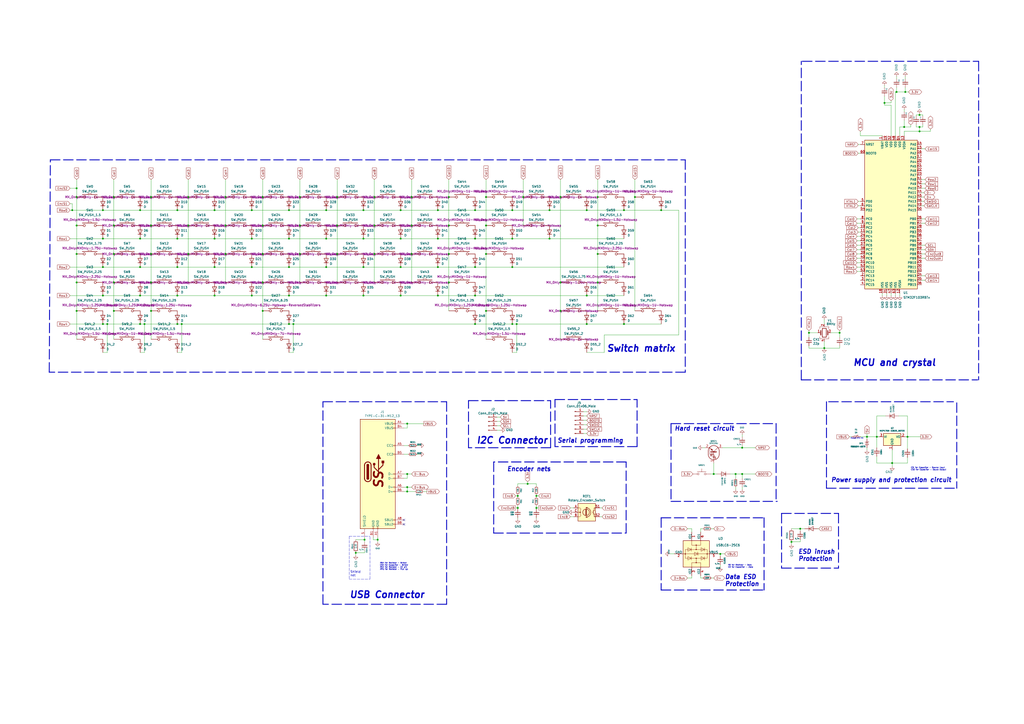
<source format=kicad_sch>
(kicad_sch (version 20210621) (generator eeschema)
  (paper "A2")
  (title_block (title "SharkPCB") (date "2019-09-10") (rev "Alpha") (company "And u/ajp10304") (comment 1 "In partnership with Steve from WoodCables") (comment 2 "Designed by Gondolindrim"))
  (junction (at 325.12 163.83))
  (junction (at 105.41 187.96))
  (junction (at 414.02 274.955))
  (junction (at 102.87 154.94))
  (junction (at 59.69 138.43))
  (junction (at 173.99 130.81))
  (junction (at 124.46 121.92))
  (junction (at 318.77 121.92))
  (junction (at 195.58 130.81))
  (junction (at 232.41 171.45))
  (junction (at 173.99 114.3))
  (junction (at 426.72 274.955))
  (junction (at 124.46 154.94))
  (junction (at 102.87 138.43))
  (junction (at 109.22 130.81))
  (junction (at 311.15 294.64))
  (junction (at 146.05 171.45))
  (junction (at 130.81 130.81))
  (junction (at 281.94 130.81))
  (junction (at 66.04 147.32))
  (junction (at 361.95 187.96))
  (junction (at 210.82 121.92))
  (junction (at 66.04 163.83))
  (junction (at 189.23 121.92))
  (junction (at 210.82 138.43))
  (junction (at 238.76 130.81))
  (junction (at 217.17 114.3))
  (junction (at 238.76 114.3))
  (junction (at 232.41 121.92))
  (junction (at 102.87 187.96))
  (junction (at 167.64 187.96))
  (junction (at 469.265 193.04))
  (junction (at 83.82 187.96))
  (junction (at 464.185 306.705))
  (junction (at 346.71 114.3))
  (junction (at 124.46 171.45))
  (junction (at 520.065 53.34))
  (junction (at 281.94 180.34))
  (junction (at 236.22 245.745))
  (junction (at 459.105 314.325))
  (junction (at 524.51 73.66))
  (junction (at 146.05 154.94))
  (junction (at 87.63 114.3))
  (junction (at 297.18 138.43))
  (junction (at 508.635 253.365))
  (junction (at 87.63 147.32))
  (junction (at 346.71 147.32))
  (junction (at 487.045 193.04))
  (junction (at 152.4 147.32))
  (junction (at 130.81 114.3))
  (junction (at 189.23 171.45))
  (junction (at 254 121.92))
  (junction (at 346.71 130.81))
  (junction (at 206.375 320.675))
  (junction (at 195.58 147.32))
  (junction (at 81.28 187.96))
  (junction (at 417.83 321.31))
  (junction (at 260.35 114.3))
  (junction (at 533.4 76.2))
  (junction (at 152.4 163.83))
  (junction (at 275.59 171.45))
  (junction (at 275.59 138.43))
  (junction (at 210.82 154.94))
  (junction (at 87.63 180.34))
  (junction (at 44.45 147.32))
  (junction (at 210.82 171.45))
  (junction (at 146.05 138.43))
  (junction (at 152.4 180.34))
  (junction (at 211.455 313.055))
  (junction (at 297.18 121.92))
  (junction (at 130.81 147.32))
  (junction (at 325.12 114.3))
  (junction (at 59.69 171.45))
  (junction (at 260.35 130.81))
  (junction (at 81.28 138.43))
  (junction (at 217.17 130.81))
  (junction (at 41.91 121.92))
  (junction (at 275.59 187.96))
  (junction (at 102.87 171.45))
  (junction (at 517.525 268.605))
  (junction (at 81.28 171.45))
  (junction (at 152.4 130.81))
  (junction (at 195.58 114.3))
  (junction (at 260.35 163.83))
  (junction (at 346.71 163.83))
  (junction (at 340.36 187.96))
  (junction (at 300.355 294.64))
  (junction (at 66.04 180.34))
  (junction (at 232.41 138.43))
  (junction (at 109.22 147.32))
  (junction (at 66.04 114.3))
  (junction (at 325.12 180.34))
  (junction (at 236.22 274.955))
  (junction (at 124.46 138.43))
  (junction (at 44.45 114.3))
  (junction (at 219.075 313.055))
  (junction (at 533.4 73.66))
  (junction (at 275.59 154.94))
  (junction (at 340.36 171.45))
  (junction (at 254 138.43))
  (junction (at 59.69 154.94))
  (junction (at 478.155 201.93))
  (junction (at 167.64 138.43))
  (junction (at 238.76 147.32))
  (junction (at 361.95 121.92))
  (junction (at 232.41 154.94))
  (junction (at 146.05 121.92))
  (junction (at 430.53 259.715))
  (junction (at 189.23 154.94))
  (junction (at 300.355 287.655))
  (junction (at 170.18 187.96))
  (junction (at 189.23 138.43))
  (junction (at 254 171.45))
  (junction (at 167.64 154.94))
  (junction (at 44.45 130.81))
  (junction (at 109.22 114.3))
  (junction (at 102.87 121.92))
  (junction (at 383.54 121.92))
  (junction (at 81.28 121.92))
  (junction (at 173.99 147.32))
  (junction (at 281.94 114.3))
  (junction (at 87.63 163.83))
  (junction (at 87.63 130.81))
  (junction (at 297.18 187.96))
  (junction (at 525.145 53.34))
  (junction (at 44.45 109.22))
  (junction (at 368.3 114.3))
  (junction (at 66.04 130.81))
  (junction (at 340.36 121.92))
  (junction (at 303.53 114.3))
  (junction (at 513.08 59.69))
  (junction (at 62.23 187.96))
  (junction (at 533.4 66.675))
  (junction (at 299.72 187.96))
  (junction (at 502.92 253.365))
  (junction (at 167.64 171.45))
  (junction (at 260.35 147.32))
  (junction (at 281.94 147.32))
  (junction (at 297.18 154.94))
  (junction (at 44.45 180.34))
  (junction (at 275.59 121.92))
  (junction (at 217.17 147.32))
  (junction (at 254 154.94))
  (junction (at 236.22 285.115))
  (junction (at 311.15 287.655))
  (junction (at 152.4 114.3))
  (junction (at 526.415 253.365))
  (junction (at 306.07 280.67))
  (junction (at 59.69 121.92))
  (junction (at 59.69 187.96))
  (junction (at 236.22 282.575))
  (junction (at 318.77 138.43))
  (junction (at 44.45 163.83))
  (junction (at 81.28 154.94))
  (junction (at 167.64 121.92))
  (junction (at 430.53 274.955))
  (no_connect (at 234.315 301.625))
  (no_connect (at 234.315 304.165))
  (polyline (pts (xy 554.99 233.68) (xy 554.99 283.21)) (stroke (width 0.508)))
  (wire (pts (xy 347.98 299.72) (xy 349.25 299.72)))
  (wire (pts (xy 281.94 180.34) (xy 281.94 196.85)))
  (wire (pts (xy 303.53 114.3) (xy 303.53 130.81)))
  (wire (pts (xy 340.36 248.92) (xy 338.455 248.92)))
  (wire (pts (xy 536.575 104.14) (xy 534.67 104.14)))
  (wire (pts (xy 238.76 130.81) (xy 238.76 147.32)))
  (wire (pts (xy 526.415 253.365) (xy 526.415 260.35)))
  (wire (pts (xy 210.82 138.43) (xy 232.41 138.43)))
  (wire (pts (xy 59.69 121.92) (xy 81.28 121.92)))
  (wire (pts (xy 40.64 187.96) (xy 59.69 187.96)))
  (wire (pts (xy 338.455 241.3) (xy 340.36 241.3)))
  (wire (pts (xy 524.51 73.66) (xy 528.32 73.66)))
  (wire (pts (xy 210.82 171.45) (xy 232.41 171.45)))
  (wire (pts (xy 325.12 104.14) (xy 325.12 114.3)))
  (wire (pts (xy 487.045 201.93) (xy 487.045 200.66)))
  (wire (pts (xy 513.08 49.53) (xy 513.08 50.8)))
  (polyline (pts (xy 397.51 215.9) (xy 28.575 215.9)) (stroke (width 0.508)))
  (wire (pts (xy 426.72 274.955) (xy 430.53 274.955)))
  (wire (pts (xy 59.69 138.43) (xy 81.28 138.43)))
  (polyline (pts (xy 319.405 259.715) (xy 271.78 259.715)) (stroke (width 0.508)))
  (polyline (pts (xy 453.39 297.815) (xy 453.39 329.565)) (stroke (width 0.508)))
  (wire (pts (xy 464.185 313.055) (xy 464.185 314.325)))
  (wire (pts (xy 325.12 180.34) (xy 325.12 196.85)))
  (wire (pts (xy 466.725 306.705) (xy 464.185 306.705)))
  (wire (pts (xy 517.525 260.985) (xy 517.525 268.605)))
  (wire (pts (xy 234.315 263.525) (xy 236.855 263.525)))
  (polyline (pts (xy 443.23 300.355) (xy 443.23 342.265)) (stroke (width 0.508)))
  (wire (pts (xy 534.67 116.84) (xy 535.94 116.84)))
  (wire (pts (xy 173.99 104.14) (xy 173.99 114.3)))
  (wire (pts (xy 459.105 314.325) (xy 459.105 315.595)))
  (wire (pts (xy 299.085 294.64) (xy 300.355 294.64)))
  (wire (pts (xy 167.64 204.47) (xy 170.18 204.47)))
  (wire (pts (xy 170.18 187.96) (xy 170.18 204.47)))
  (wire (pts (xy 499.11 253.365) (xy 502.92 253.365)))
  (polyline (pts (xy 271.78 259.715) (xy 271.78 232.41)) (stroke (width 0.508)))
  (wire (pts (xy 525.145 53.34) (xy 525.145 50.8)))
  (polyline (pts (xy 479.425 283.21) (xy 554.99 283.21)) (stroke (width 0.508)))
  (wire (pts (xy 531.495 66.675) (xy 533.4 66.675)))
  (wire (pts (xy 340.36 121.92) (xy 361.95 121.92)))
  (wire (pts (xy 426.72 283.845) (xy 426.72 282.575)))
  (polyline (pts (xy 480.695 233.045) (xy 553.085 233.045)) (stroke (width 0.508)))
  (wire (pts (xy 146.05 154.94) (xy 167.64 154.94)))
  (wire (pts (xy 206.375 313.055) (xy 211.455 313.055)))
  (wire (pts (xy 211.455 319.405) (xy 211.455 320.675)))
  (wire (pts (xy 210.82 154.94) (xy 232.41 154.94)))
  (wire (pts (xy 499.11 78.74) (xy 511.81 78.74)))
  (polyline (pts (xy 286.385 309.245) (xy 363.22 309.245)) (stroke (width 0.508)))
  (wire (pts (xy 167.64 121.92) (xy 189.23 121.92)))
  (wire (pts (xy 146.05 121.92) (xy 167.64 121.92)))
  (wire (pts (xy 124.46 121.92) (xy 146.05 121.92)))
  (wire (pts (xy 189.23 121.92) (xy 210.82 121.92)))
  (wire (pts (xy 124.46 154.94) (xy 146.05 154.94)))
  (wire (pts (xy 297.18 187.96) (xy 299.72 187.96)))
  (wire (pts (xy 299.72 187.96) (xy 340.36 187.96)))
  (wire (pts (xy 407.67 259.715) (xy 408.94 259.715)))
  (wire (pts (xy 195.58 104.14) (xy 195.58 114.3)))
  (wire (pts (xy 412.115 274.955) (xy 414.02 274.955)))
  (wire (pts (xy 40.64 121.92) (xy 41.91 121.92)))
  (wire (pts (xy 41.91 121.92) (xy 59.69 121.92)))
  (wire (pts (xy 195.58 147.32) (xy 195.58 163.83)))
  (wire (pts (xy 234.315 245.745) (xy 236.22 245.745)))
  (wire (pts (xy 217.17 147.32) (xy 217.17 163.83)))
  (wire (pts (xy 217.17 130.81) (xy 217.17 147.32)))
  (wire (pts (xy 217.17 114.3) (xy 217.17 130.81)))
  (wire (pts (xy 217.17 104.14) (xy 217.17 114.3)))
  (polyline (pts (xy 479.425 233.045) (xy 479.425 283.21)) (stroke (width 0.508)))
  (wire (pts (xy 407.67 335.28) (xy 406.4 335.28)))
  (wire (pts (xy 62.23 187.96) (xy 62.23 204.47)))
  (wire (pts (xy 59.69 204.47) (xy 62.23 204.47)))
  (polyline (pts (xy 363.22 309.245) (xy 363.22 267.97)) (stroke (width 0.508)))
  (wire (pts (xy 531.495 67.31) (xy 531.495 66.675)))
  (wire (pts (xy 414.02 268.605) (xy 414.02 274.955)))
  (wire (pts (xy 497.84 132.08) (xy 499.11 132.08)))
  (wire (pts (xy 430.53 274.955) (xy 438.15 274.955)))
  (wire (pts (xy 311.15 280.67) (xy 311.15 281.94)))
  (wire (pts (xy 102.87 154.94) (xy 124.46 154.94)))
  (wire (pts (xy 502.92 253.365) (xy 508.635 253.365)))
  (wire (pts (xy 44.45 130.81) (xy 44.45 147.32)))
  (wire (pts (xy 297.18 121.92) (xy 318.77 121.92)))
  (polyline (pts (xy 397.51 92.71) (xy 397.51 215.9)) (stroke (width 0.508)))
  (wire (pts (xy 502.92 253.365) (xy 502.92 254.635)))
  (wire (pts (xy 487.045 195.58) (xy 487.045 193.04)))
  (wire (pts (xy 535.305 66.675) (xy 535.305 67.31)))
  (wire (pts (xy 497.205 129.54) (xy 499.11 129.54)))
  (wire (pts (xy 536.575 109.22) (xy 534.67 109.22)))
  (wire (pts (xy 536.575 162.56) (xy 534.67 162.56)))
  (wire (pts (xy 275.59 138.43) (xy 297.18 138.43)))
  (wire (pts (xy 238.76 114.3) (xy 238.76 130.81)))
  (wire (pts (xy 238.76 104.14) (xy 238.76 114.3)))
  (wire (pts (xy 478.155 201.93) (xy 487.045 201.93)))
  (wire (pts (xy 211.455 320.675) (xy 206.375 320.675)))
  (wire (pts (xy 311.15 294.64) (xy 311.15 295.275)))
  (wire (pts (xy 210.82 121.92) (xy 232.41 121.92)))
  (polyline (pts (xy 453.39 297.815) (xy 486.41 297.815)) (stroke (width 0.508)))
  (wire (pts (xy 539.75 74.93) (xy 539.75 76.2)))
  (wire (pts (xy 539.75 76.2) (xy 533.4 76.2)))
  (wire (pts (xy 528.32 73.66) (xy 528.32 72.39)))
  (wire (pts (xy 254 171.45) (xy 275.59 171.45)))
  (wire (pts (xy 312.42 287.655) (xy 311.15 287.655)))
  (polyline (pts (xy 369.57 259.08) (xy 321.945 259.08)) (stroke (width 0.508)))
  (wire (pts (xy 525.145 253.365) (xy 526.415 253.365)))
  (polyline (pts (xy 363.22 267.97) (xy 286.385 267.97)) (stroke (width 0.508)))
  (wire (pts (xy 189.23 171.45) (xy 210.82 171.45)))
  (wire (pts (xy 234.315 248.285) (xy 236.22 248.285)))
  (wire (pts (xy 299.085 287.655) (xy 300.355 287.655)))
  (wire (pts (xy 146.05 171.45) (xy 167.64 171.45)))
  (wire (pts (xy 340.36 243.84) (xy 338.455 243.84)))
  (wire (pts (xy 536.575 147.32) (xy 534.67 147.32)))
  (wire (pts (xy 105.41 187.96) (xy 105.41 204.47)))
  (wire (pts (xy 102.87 204.47) (xy 105.41 204.47)))
  (wire (pts (xy 241.935 258.445) (xy 243.205 258.445)))
  (wire (pts (xy 535.94 114.3) (xy 534.67 114.3)))
  (wire (pts (xy 524.51 69.85) (xy 524.51 73.66)))
  (wire (pts (xy 130.81 130.81) (xy 130.81 147.32)))
  (wire (pts (xy 130.81 147.32) (xy 130.81 163.83)))
  (wire (pts (xy 130.81 104.14) (xy 130.81 114.3)))
  (wire (pts (xy 130.81 114.3) (xy 130.81 130.81)))
  (wire (pts (xy 497.205 137.16) (xy 499.11 137.16)))
  (wire (pts (xy 206.375 320.675) (xy 206.375 321.945)))
  (wire (pts (xy 195.58 130.81) (xy 195.58 147.32)))
  (wire (pts (xy 497.84 83.82) (xy 499.11 83.82)))
  (wire (pts (xy 535.94 111.76) (xy 534.67 111.76)))
  (polyline (pts (xy 453.39 329.565) (xy 486.41 329.565)) (stroke (width 0.508)))
  (wire (pts (xy 211.455 313.055) (xy 211.455 314.325)))
  (wire (pts (xy 526.415 253.365) (xy 526.415 241.3)))
  (wire (pts (xy 173.99 114.3) (xy 173.99 130.81)))
  (wire (pts (xy 497.205 127) (xy 499.11 127)))
  (wire (pts (xy 44.45 147.32) (xy 44.45 163.83)))
  (wire (pts (xy 430.53 259.715) (xy 438.15 259.715)))
  (wire (pts (xy 533.4 66.04) (xy 533.4 66.675)))
  (wire (pts (xy 40.64 138.43) (xy 59.69 138.43)))
  (wire (pts (xy 406.4 306.705) (xy 406.4 308.61)))
  (wire (pts (xy 300.355 287.655) (xy 300.355 288.29)))
  (wire (pts (xy 508.635 253.365) (xy 508.635 259.715)))
  (wire (pts (xy 517.525 268.605) (xy 526.415 268.605)))
  (wire (pts (xy 44.45 114.3) (xy 44.45 130.81)))
  (wire (pts (xy 469.265 201.93) (xy 478.155 201.93)))
  (wire (pts (xy 66.04 104.14) (xy 66.04 114.3)))
  (wire (pts (xy 524.51 76.2) (xy 533.4 76.2)))
  (wire (pts (xy 524.51 76.2) (xy 524.51 78.74)))
  (wire (pts (xy 469.265 191.77) (xy 469.265 193.04)))
  (wire (pts (xy 44.45 163.83) (xy 44.45 180.34)))
  (wire (pts (xy 368.3 104.14) (xy 368.3 114.3)))
  (wire (pts (xy 368.3 114.3) (xy 368.3 180.34)))
  (wire (pts (xy 401.32 306.705) (xy 401.32 308.61)))
  (wire (pts (xy 469.265 195.58) (xy 469.265 193.04)))
  (wire (pts (xy 152.4 147.32) (xy 152.4 163.83)))
  (wire (pts (xy 232.41 138.43) (xy 254 138.43)))
  (wire (pts (xy 288.29 244.475) (xy 290.195 244.475)))
  (wire (pts (xy 513.08 55.88) (xy 513.08 59.69)))
  (wire (pts (xy 236.22 282.575) (xy 234.315 282.575)))
  (wire (pts (xy 338.455 251.46) (xy 340.36 251.46)))
  (polyline (pts (xy 202.565 311.15) (xy 202.565 335.915)))
  (wire (pts (xy 167.64 171.45) (xy 189.23 171.45)))
  (wire (pts (xy 306.07 280.67) (xy 311.15 280.67)))
  (wire (pts (xy 401.32 335.28) (xy 401.32 334.01)))
  (wire (pts (xy 311.15 293.37) (xy 311.15 294.64)))
  (wire (pts (xy 260.35 130.81) (xy 260.35 147.32)))
  (wire (pts (xy 260.35 147.32) (xy 260.35 163.83)))
  (wire (pts (xy 260.35 114.3) (xy 260.35 130.81)))
  (wire (pts (xy 260.35 163.83) (xy 260.35 180.34)))
  (wire (pts (xy 232.41 171.45) (xy 254 171.45)))
  (wire (pts (xy 109.22 114.3) (xy 109.22 130.81)))
  (wire (pts (xy 406.4 335.28) (xy 406.4 334.01)))
  (wire (pts (xy 519.43 170.18) (xy 519.43 171.45)))
  (wire (pts (xy 236.22 277.495) (xy 236.22 274.955)))
  (wire (pts (xy 502.92 251.46) (xy 502.92 253.365)))
  (wire (pts (xy 109.22 130.81) (xy 109.22 147.32)))
  (wire (pts (xy 517.525 268.605) (xy 508.635 268.605)))
  (wire (pts (xy 167.64 154.94) (xy 189.23 154.94)))
  (wire (pts (xy 109.22 104.14) (xy 109.22 114.3)))
  (polyline (pts (xy 567.69 35.56) (xy 567.69 220.345)) (stroke (width 0.508)))
  (wire (pts (xy 189.23 138.43) (xy 210.82 138.43)))
  (wire (pts (xy 417.83 328.93) (xy 417.83 327.66)))
  (wire (pts (xy 469.265 201.93) (xy 469.265 200.66)))
  (wire (pts (xy 459.105 306.705) (xy 464.185 306.705)))
  (polyline (pts (xy 369.57 259.08) (xy 369.57 231.775)) (stroke (width 0.508)))
  (wire (pts (xy 340.36 204.47) (xy 350.52 204.47)))
  (wire (pts (xy 350.52 204.47) (xy 350.52 194.31)))
  (wire (pts (xy 350.52 194.31) (xy 393.7 194.31)))
  (wire (pts (xy 393.7 194.31) (xy 393.7 121.92)))
  (wire (pts (xy 393.7 121.92) (xy 383.54 121.92)))
  (wire (pts (xy 146.05 138.43) (xy 167.64 138.43)))
  (wire (pts (xy 311.15 287.02) (xy 311.15 287.655)))
  (wire (pts (xy 511.81 170.18) (xy 511.81 171.45)))
  (polyline (pts (xy 187.325 350.52) (xy 187.325 233.045)) (stroke (width 0.508)))
  (polyline (pts (xy 464.82 220.345) (xy 464.82 35.56)) (stroke (width 0.508)))
  (wire (pts (xy 417.83 322.58) (xy 417.83 321.31)))
  (wire (pts (xy 426.72 274.955) (xy 426.72 277.495)))
  (wire (pts (xy 299.72 204.47) (xy 299.72 187.96)))
  (wire (pts (xy 297.18 204.47) (xy 299.72 204.47)))
  (wire (pts (xy 361.95 187.96) (xy 383.54 187.96)))
  (wire (pts (xy 311.15 287.655) (xy 311.15 288.29)))
  (wire (pts (xy 234.315 274.955) (xy 236.22 274.955)))
  (wire (pts (xy 497.205 149.86) (xy 499.11 149.86)))
  (wire (pts (xy 303.53 104.14) (xy 303.53 114.3)))
  (wire (pts (xy 124.46 171.45) (xy 146.05 171.45)))
  (wire (pts (xy 102.87 138.43) (xy 124.46 138.43)))
  (wire (pts (xy 497.84 116.84) (xy 499.11 116.84)))
  (wire (pts (xy 173.99 147.32) (xy 173.99 163.83)))
  (wire (pts (xy 414.02 274.955) (xy 415.925 274.955)))
  (wire (pts (xy 281.94 114.3) (xy 281.94 130.81)))
  (wire (pts (xy 281.94 130.81) (xy 281.94 147.32)))
  (wire (pts (xy 281.94 147.32) (xy 281.94 180.34)))
  (polyline (pts (xy 259.08 350.52) (xy 187.325 350.52)) (stroke (width 0.508)))
  (wire (pts (xy 102.87 171.45) (xy 124.46 171.45)))
  (wire (pts (xy 59.69 154.94) (xy 81.28 154.94)))
  (wire (pts (xy 497.84 88.9) (xy 499.11 88.9)))
  (wire (pts (xy 401.32 306.705) (xy 398.78 306.705)))
  (wire (pts (xy 516.89 60.96) (xy 513.08 60.96)))
  (wire (pts (xy 516.89 78.74) (xy 516.89 60.96)))
  (wire (pts (xy 219.075 313.055) (xy 219.075 311.785)))
  (wire (pts (xy 44.45 180.34) (xy 44.45 196.85)))
  (wire (pts (xy 412.75 306.705) (xy 414.02 306.705)))
  (polyline (pts (xy 187.325 233.045) (xy 259.08 233.045)) (stroke (width 0.508)))
  (wire (pts (xy 520.065 50.8) (xy 520.065 53.34)))
  (polyline (pts (xy 28.575 215.9) (xy 29.21 92.71)) (stroke (width 0.508)))
  (wire (pts (xy 346.71 114.3) (xy 346.71 130.81)))
  (wire (pts (xy 346.71 130.81) (xy 346.71 147.32)))
  (wire (pts (xy 346.71 147.32) (xy 346.71 163.83)))
  (wire (pts (xy 346.71 163.83) (xy 346.71 180.34)))
  (wire (pts (xy 173.99 130.81) (xy 173.99 147.32)))
  (wire (pts (xy 275.59 171.45) (xy 340.36 171.45)))
  (wire (pts (xy 236.22 285.115) (xy 236.22 282.575)))
  (polyline (pts (xy 464.82 220.345) (xy 567.055 220.345)) (stroke (width 0.508)))
  (wire (pts (xy 81.28 138.43) (xy 102.87 138.43)))
  (wire (pts (xy 497.205 157.48) (xy 499.11 157.48)))
  (wire (pts (xy 281.94 104.14) (xy 281.94 114.3)))
  (wire (pts (xy 521.97 170.18) (xy 521.97 171.45)))
  (wire (pts (xy 430.53 274.955) (xy 430.53 277.495)))
  (wire (pts (xy 41.91 121.92) (xy 41.91 118.11)))
  (wire (pts (xy 41.91 118.11) (xy 40.64 118.11)))
  (wire (pts (xy 87.63 163.83) (xy 87.63 180.34)))
  (wire (pts (xy 536.575 129.54) (xy 534.67 129.54)))
  (wire (pts (xy 417.83 321.31) (xy 416.56 321.31)))
  (wire (pts (xy 536.575 142.24) (xy 534.67 142.24)))
  (wire (pts (xy 497.205 144.78) (xy 499.11 144.78)))
  (wire (pts (xy 464.185 314.325) (xy 459.105 314.325)))
  (wire (pts (xy 340.36 171.45) (xy 361.95 171.45)))
  (wire (pts (xy 260.35 104.14) (xy 260.35 114.3)))
  (wire (pts (xy 497.84 134.62) (xy 499.11 134.62)))
  (wire (pts (xy 338.455 238.76) (xy 340.36 238.76)))
  (wire (pts (xy 535.305 73.66) (xy 535.305 72.39)))
  (wire (pts (xy 254 121.92) (xy 275.59 121.92)))
  (wire (pts (xy 535.94 119.38) (xy 534.67 119.38)))
  (wire (pts (xy 492.76 253.365) (xy 494.03 253.365)))
  (wire (pts (xy 236.22 282.575) (xy 238.76 282.575)))
  (wire (pts (xy 524.51 63.5) (xy 524.51 64.77)))
  (wire (pts (xy 254 154.94) (xy 275.59 154.94)))
  (wire (pts (xy 216.535 311.785) (xy 216.535 313.055)))
  (wire (pts (xy 275.59 154.94) (xy 297.18 154.94)))
  (wire (pts (xy 240.665 285.115) (xy 236.22 285.115)))
  (wire (pts (xy 211.455 311.785) (xy 211.455 313.055)))
  (wire (pts (xy 234.315 258.445) (xy 236.855 258.445)))
  (wire (pts (xy 236.22 274.955) (xy 238.76 274.955)))
  (wire (pts (xy 516.89 59.69) (xy 516.89 58.42)))
  (wire (pts (xy 533.4 73.66) (xy 535.305 73.66)))
  (polyline (pts (xy 286.385 267.97) (xy 286.385 309.245)) (stroke (width 0.508)))
  (polyline (pts (xy 450.215 245.745) (xy 450.215 290.83)) (stroke (width 0.508)))
  (wire (pts (xy 520.065 44.45) (xy 520.065 45.72)))
  (wire (pts (xy 430.53 253.365) (xy 430.53 252.095)))
  (wire (pts (xy 300.355 280.67) (xy 306.07 280.67)))
  (wire (pts (xy 62.23 187.96) (xy 81.28 187.96)))
  (wire (pts (xy 59.69 187.96) (xy 62.23 187.96)))
  (wire (pts (xy 167.64 138.43) (xy 189.23 138.43)))
  (wire (pts (xy 254 138.43) (xy 275.59 138.43)))
  (polyline (pts (xy 214.63 335.915) (xy 214.63 311.15)))
  (wire (pts (xy 361.95 121.92) (xy 383.54 121.92)))
  (wire (pts (xy 300.355 281.94) (xy 300.355 280.67)))
  (wire (pts (xy 216.535 313.055) (xy 219.075 313.055)))
  (wire (pts (xy 234.315 285.115) (xy 236.22 285.115)))
  (wire (pts (xy 536.575 127) (xy 534.67 127)))
  (polyline (pts (xy 271.78 232.41) (xy 319.405 232.41)) (stroke (width 0.508)))
  (wire (pts (xy 478.155 185.42) (xy 478.155 187.96)))
  (wire (pts (xy 330.835 299.72) (xy 332.74 299.72)))
  (polyline (pts (xy 259.08 233.045) (xy 259.08 350.52)) (stroke (width 0.508)))
  (wire (pts (xy 109.22 147.32) (xy 109.22 163.83)))
  (wire (pts (xy 517.525 270.51) (xy 517.525 268.605)))
  (wire (pts (xy 469.265 193.04) (xy 474.345 193.04)))
  (wire (pts (xy 531.495 72.39) (xy 531.495 73.66)))
  (wire (pts (xy 124.46 138.43) (xy 146.05 138.43)))
  (wire (pts (xy 66.04 180.34) (xy 66.04 196.85)))
  (wire (pts (xy 508.635 253.365) (xy 508.635 241.3)))
  (wire (pts (xy 419.1 259.715) (xy 430.53 259.715)))
  (polyline (pts (xy 29.21 92.71) (xy 397.51 92.71)) (stroke (width 0.508)))
  (wire (pts (xy 513.08 59.69) (xy 516.89 59.69)))
  (wire (pts (xy 508.635 241.3) (xy 513.715 241.3)))
  (wire (pts (xy 83.82 187.96) (xy 102.87 187.96)))
  (wire (pts (xy 81.28 187.96) (xy 83.82 187.96)))
  (wire (pts (xy 105.41 187.96) (xy 167.64 187.96)))
  (wire (pts (xy 102.87 187.96) (xy 105.41 187.96)))
  (wire (pts (xy 170.18 187.96) (xy 275.59 187.96)))
  (wire (pts (xy 167.64 187.96) (xy 170.18 187.96)))
  (wire (pts (xy 275.59 187.96) (xy 297.18 187.96)))
  (wire (pts (xy 519.43 78.74) (xy 519.43 53.34)))
  (wire (pts (xy 519.43 53.34) (xy 520.065 53.34)))
  (wire (pts (xy 236.22 245.745) (xy 245.745 245.745)))
  (wire (pts (xy 487.045 191.77) (xy 487.045 193.04)))
  (wire (pts (xy 509.905 253.365) (xy 508.635 253.365)))
  (wire (pts (xy 195.58 114.3) (xy 195.58 130.81)))
  (wire (pts (xy 520.065 53.34) (xy 525.145 53.34)))
  (wire (pts (xy 536.575 106.68) (xy 534.67 106.68)))
  (wire (pts (xy 516.89 170.18) (xy 516.89 171.45)))
  (wire (pts (xy 478.155 198.12) (xy 478.155 201.93)))
  (wire (pts (xy 407.67 306.705) (xy 406.4 306.705)))
  (wire (pts (xy 499.11 76.2) (xy 499.11 78.74)))
  (wire (pts (xy 536.575 160.02) (xy 534.67 160.02)))
  (wire (pts (xy 300.355 295.275) (xy 300.355 294.64)))
  (wire (pts (xy 66.04 147.32) (xy 66.04 163.83)))
  (wire (pts (xy 66.04 163.83) (xy 66.04 180.34)))
  (wire (pts (xy 66.04 130.81) (xy 66.04 147.32)))
  (wire (pts (xy 66.04 114.3) (xy 66.04 130.81)))
  (wire (pts (xy 247.65 285.115) (xy 245.745 285.115)))
  (wire (pts (xy 81.28 154.94) (xy 102.87 154.94)))
  (wire (pts (xy 288.29 241.935) (xy 290.195 241.935)))
  (polyline (pts (xy 389.255 245.745) (xy 389.255 290.83)) (stroke (width 0.508)))
  (wire (pts (xy 290.195 247.015) (xy 288.29 247.015)))
  (wire (pts (xy 87.63 180.34) (xy 87.63 196.85)))
  (wire (pts (xy 533.4 66.675) (xy 535.305 66.675)))
  (wire (pts (xy 533.4 73.66) (xy 533.4 76.2)))
  (wire (pts (xy 81.28 171.45) (xy 102.87 171.45)))
  (wire (pts (xy 521.335 241.3) (xy 526.415 241.3)))
  (wire (pts (xy 497.205 152.4) (xy 499.11 152.4)))
  (wire (pts (xy 300.355 300.355) (xy 300.355 300.99)))
  (wire (pts (xy 536.575 86.36) (xy 534.67 86.36)))
  (wire (pts (xy 430.53 283.845) (xy 430.53 282.575)))
  (polyline (pts (xy 202.565 335.915) (xy 214.63 335.915)))
  (wire (pts (xy 349.25 294.64) (xy 347.98 294.64)))
  (wire (pts (xy 241.935 263.525) (xy 243.205 263.525)))
  (wire (pts (xy 297.18 138.43) (xy 318.77 138.43)))
  (wire (pts (xy 340.36 187.96) (xy 361.95 187.96)))
  (wire (pts (xy 312.42 294.64) (xy 311.15 294.64)))
  (wire (pts (xy 502.92 259.715) (xy 502.92 260.985)))
  (wire (pts (xy 412.75 335.28) (xy 414.02 335.28)))
  (wire (pts (xy 497.205 154.94) (xy 499.11 154.94)))
  (polyline (pts (xy 321.945 231.775) (xy 369.57 231.775)) (stroke (width 0.508)))
  (polyline (pts (xy 383.54 342.265) (xy 443.23 342.265)) (stroke (width 0.508)))
  (wire (pts (xy 497.205 142.24) (xy 499.11 142.24)))
  (wire (pts (xy 40.64 154.94) (xy 59.69 154.94)))
  (polyline (pts (xy 202.565 311.15) (xy 214.63 311.15)))
  (wire (pts (xy 232.41 154.94) (xy 254 154.94)))
  (wire (pts (xy 497.84 119.38) (xy 499.11 119.38)))
  (wire (pts (xy 534.67 144.78) (xy 536.575 144.78)))
  (wire (pts (xy 521.97 73.66) (xy 521.97 78.74)))
  (wire (pts (xy 524.51 73.66) (xy 521.97 73.66)))
  (polyline (pts (xy 486.41 297.815) (xy 486.41 329.565)) (stroke (width 0.508)))
  (wire (pts (xy 189.23 154.94) (xy 210.82 154.94)))
  (wire (pts (xy 508.635 264.795) (xy 508.635 268.605)))
  (wire (pts (xy 526.415 253.365) (xy 534.035 253.365)))
  (wire (pts (xy 497.205 147.32) (xy 499.11 147.32)))
  (polyline (pts (xy 389.255 245.745) (xy 450.215 245.745)) (stroke (width 0.508)))
  (polyline (pts (xy 383.54 300.355) (xy 383.54 342.265)) (stroke (width 0.508)))
  (wire (pts (xy 346.71 104.14) (xy 346.71 114.3)))
  (wire (pts (xy 497.205 139.7) (xy 499.11 139.7)))
  (wire (pts (xy 306.07 280.67) (xy 306.07 279.4)))
  (wire (pts (xy 525.145 44.45) (xy 525.145 45.72)))
  (wire (pts (xy 236.22 248.285) (xy 236.22 245.745)))
  (wire (pts (xy 297.18 154.94) (xy 361.95 154.94)))
  (wire (pts (xy 300.355 287.02) (xy 300.355 287.655)))
  (wire (pts (xy 238.76 147.32) (xy 238.76 163.83)))
  (wire (pts (xy 430.53 258.445) (xy 430.53 259.715)))
  (wire (pts (xy 219.075 314.325) (xy 219.075 313.055)))
  (wire (pts (xy 527.05 53.34) (xy 525.145 53.34)))
  (wire (pts (xy 534.67 149.86) (xy 536.575 149.86)))
  (wire (pts (xy 152.4 104.14) (xy 152.4 114.3)))
  (wire (pts (xy 87.63 147.32) (xy 87.63 163.83)))
  (wire (pts (xy 87.63 104.14) (xy 87.63 114.3)))
  (wire (pts (xy 87.63 114.3) (xy 87.63 130.81)))
  (wire (pts (xy 87.63 130.81) (xy 87.63 147.32)))
  (wire (pts (xy 152.4 130.81) (xy 152.4 147.32)))
  (wire (pts (xy 59.69 171.45) (xy 81.28 171.45)))
  (wire (pts (xy 152.4 163.83) (xy 152.4 180.34)))
  (wire (pts (xy 232.41 121.92) (xy 254 121.92)))
  (wire (pts (xy 81.28 121.92) (xy 102.87 121.92)))
  (wire (pts (xy 102.87 121.92) (xy 124.46 121.92)))
  (wire (pts (xy 275.59 121.92) (xy 297.18 121.92)))
  (wire (pts (xy 325.12 114.3) (xy 325.12 163.83)))
  (wire (pts (xy 325.12 163.83) (xy 325.12 180.34)))
  (polyline (pts (xy 319.405 259.715) (xy 319.405 232.41)) (stroke (width 0.508)))
  (wire (pts (xy 152.4 114.3) (xy 152.4 130.81)))
  (wire (pts (xy 513.08 59.69) (xy 513.08 60.96)))
  (wire (pts (xy 423.545 274.955) (xy 426.72 274.955)))
  (wire (pts (xy 388.62 321.31) (xy 391.16 321.31)))
  (wire (pts (xy 514.35 170.18) (xy 514.35 171.45)))
  (polyline (pts (xy 389.255 290.83) (xy 450.85 290.83)) (stroke (width 0.508)))
  (wire (pts (xy 318.77 121.92) (xy 340.36 121.92)))
  (wire (pts (xy 300.355 294.64) (xy 300.355 293.37)))
  (polyline (pts (xy 321.945 259.08) (xy 321.945 231.775)) (stroke (width 0.508)))
  (wire (pts (xy 40.64 109.22) (xy 44.45 109.22)))
  (wire (pts (xy 318.77 138.43) (xy 361.95 138.43)))
  (wire (pts (xy 288.29 249.555) (xy 290.195 249.555)))
  (wire (pts (xy 420.37 321.31) (xy 417.83 321.31)))
  (wire (pts (xy 481.965 193.04) (xy 487.045 193.04)))
  (wire (pts (xy 40.64 171.45) (xy 59.69 171.45)))
  (wire (pts (xy 531.495 73.66) (xy 533.4 73.66)))
  (wire (pts (xy 152.4 180.34) (xy 152.4 196.85)))
  (polyline (pts (xy 383.54 300.355) (xy 443.23 300.355)) (stroke (width 0.508)))
  (wire (pts (xy 44.45 104.14) (xy 44.45 109.22)))
  (wire (pts (xy 44.45 109.22) (xy 44.45 114.3)))
  (wire (pts (xy 474.98 306.705) (xy 474.345 306.705)))
  (wire (pts (xy 398.78 335.28) (xy 401.32 335.28)))
  (wire (pts (xy 234.315 277.495) (xy 236.22 277.495)))
  (polyline (pts (xy 465.455 35.56) (xy 567.69 35.56)) (stroke (width 0.508)))
  (wire (pts (xy 464.185 306.705) (xy 464.185 307.975)))
  (wire (pts (xy 330.835 294.64) (xy 332.74 294.64)))
  (wire (pts (xy 83.82 187.96) (xy 83.82 204.47)))
  (wire (pts (xy 81.28 204.47) (xy 83.82 204.47)))
  (wire (pts (xy 526.415 268.605) (xy 526.415 265.43)))
  (wire (pts (xy 311.15 300.355) (xy 311.15 300.99)))
  (wire (pts (xy 338.455 246.38) (xy 340.36 246.38)))
  (text "Encoder nets" (at 294.005 273.685 0) (effects (font (size 2.54 2.54) (thickness 0.508) bold italic) (justify left bottom)))
  (text "CSI for Capacitor - Source Input\nCSO for Capacitor - Souce Output" (at 528.32 273.05 0) (effects (font (size 0.762 0.762) italic) (justify left bottom)))
  (text "Hard reset circuit" (at 391.16 250.19 0) (effects (font (size 2.54 2.54) (thickness 0.508) bold italic) (justify left bottom)))
  (text "Power supply and protection circuit" (at 481.965 280.035 0) (effects (font (size 2.54 2.54) (thickness 0.508) bold italic) (justify left bottom)))
  (text "MCU and crystal" (at 494.665 212.725 0) (effects (font (size 3.81 3.81) (thickness 0.762) bold italic) (justify left bottom)))
  (text "Switch matrix\n" (at 351.79 204.47 0) (effects (font (size 3.81 3.81) (thickness 0.762) bold italic) (justify left bottom)))
  (text "Data ESD\nProtection" (at 420.37 340.36 0) (effects (font (size 2.54 2.54) (thickness 0.508) bold italic) (justify left bottom)))
  (text "Shield\nnet" (at 203.2 334.645 0) (effects (font (size 1.27 1.27)) (justify left bottom)))
  (text "Polyfuse PPTC RTC " (at 493.395 254.635 0) (effects (font (size 0.508 0.508)) (justify left bottom)))
  (text "USB Connector" (at 202.565 347.345 0) (effects (font (size 3.81 3.81) (thickness 0.762) bold italic) (justify left bottom)))
  (text "I2C Connector" (at 276.225 257.81 0) (effects (font (size 3.81 3.81) (thickness 0.762) bold italic) (justify left bottom)))
  (text "RSH for Resistor - Shield\nCSH for Capacitor - Shield\nRCC for Resistor - CC pin\nRPU for Resistor - Pull Up" (at 220.345 330.835 0) (effects (font (size 0.762 0.762) italic) (justify left bottom)))
  (text "RD for Resistor - Data\nCD for Capacitor - Data" (at 422.275 329.565 0) (effects (font (size 0.762 0.762) italic) (justify left bottom)))
  (text "ESD inrush\nProtection" (at 462.915 325.755 0) (effects (font (size 2.54 2.54) (thickness 0.508) bold italic) (justify left bottom)))
  (text "Serial programming" (at 323.215 257.175 0) (effects (font (size 2.54 2.54) (thickness 0.508) bold italic) (justify left bottom)))
  (global_label "EncS1" (shape input) (at 40.64 118.11 180) (property "Intersheet References" "${INTERSHEET_REFS}" (effects hide)))
  (global_label "Col6" (shape input) (at 497.205 142.24 180) (property "Intersheet References" "${INTERSHEET_REFS}" (effects hide)))
  (global_label "Row2" (shape input) (at 40.64 154.94 180) (property "Intersheet References" "${INTERSHEET_REFS}" (effects hide)))
  (global_label "SDA" (shape input) (at 290.195 244.475 0) (property "Intersheet References" "${INTERSHEET_REFS}" (effects hide)))
  (global_label "SWCLK" (shape input) (at 535.94 119.38 0) (property "Intersheet References" "${INTERSHEET_REFS}" (effects hide)))
  (global_label "SWDIO" (shape input) (at 535.94 116.84 0) (property "Intersheet References" "${INTERSHEET_REFS}" (effects hide)))
  (global_label "D+" (shape bidirectional) (at 535.94 114.3 0) (property "Intersheet References" "${INTERSHEET_REFS}" (effects hide)))
  (global_label "Col11" (shape input) (at 281.94 104.14 90) (property "Intersheet References" "${INTERSHEET_REFS}" (effects hide)))
  (global_label "Row0" (shape input) (at 40.64 121.92 180) (property "Intersheet References" "${INTERSHEET_REFS}" (effects hide)))
  (global_label "Col5" (shape input) (at 497.205 139.7 180) (property "Intersheet References" "${INTERSHEET_REFS}" (effects hide)))
  (global_label "EncOutB" (shape output) (at 299.085 294.64 180) (property "Intersheet References" "${INTERSHEET_REFS}" (effects hide)))
  (global_label "Row4" (shape input) (at 40.64 187.96 180) (property "Intersheet References" "${INTERSHEET_REFS}" (effects hide)))
  (global_label "Row4" (shape input) (at 497.205 154.94 180) (property "Intersheet References" "${INTERSHEET_REFS}" (effects hide)))
  (global_label "Col0" (shape input) (at 497.205 127 180) (property "Intersheet References" "${INTERSHEET_REFS}" (effects hide)))
  (global_label "Col2" (shape input) (at 87.63 104.14 90) (property "Intersheet References" "${INTERSHEET_REFS}" (effects hide)))
  (global_label "EncA" (shape input) (at 330.835 294.64 180) (property "Intersheet References" "${INTERSHEET_REFS}" (effects hide)))
  (global_label "Col5" (shape input) (at 152.4 104.14 90) (property "Intersheet References" "${INTERSHEET_REFS}" (effects hide)))
  (global_label "EncOutA" (shape output) (at 312.42 294.64 0) (property "Intersheet References" "${INTERSHEET_REFS}" (effects hide)))
  (global_label "Col15" (shape input) (at 536.575 86.36 0) (property "Intersheet References" "${INTERSHEET_REFS}" (effects hide)))
  (global_label "D+Bus" (shape bidirectional) (at 238.76 282.575 0) (property "Intersheet References" "${INTERSHEET_REFS}" (effects hide)))
  (global_label "Row1" (shape input) (at 40.64 138.43 180) (property "Intersheet References" "${INTERSHEET_REFS}" (effects hide)))
  (global_label "Col12" (shape input) (at 536.575 129.54 0) (property "Intersheet References" "${INTERSHEET_REFS}" (effects hide)))
  (global_label "D-" (shape bidirectional) (at 414.02 306.705 0) (property "Intersheet References" "${INTERSHEET_REFS}" (effects hide)))
  (global_label "EncA" (shape input) (at 312.42 287.655 0) (property "Intersheet References" "${INTERSHEET_REFS}" (effects hide)))
  (global_label "3.3V" (shape bidirectional) (at 527.05 53.34 0) (property "Intersheet References" "${INTERSHEET_REFS}" (effects hide)))
  (global_label "Col4" (shape input) (at 130.81 104.14 90) (property "Intersheet References" "${INTERSHEET_REFS}" (effects hide)))
  (global_label "Col2" (shape input) (at 497.84 132.08 180) (property "Intersheet References" "${INTERSHEET_REFS}" (effects hide)))
  (global_label "Col1" (shape input) (at 66.04 104.14 90) (property "Intersheet References" "${INTERSHEET_REFS}" (effects hide)))
  (global_label "D-Bus" (shape bidirectional) (at 398.78 306.705 180) (property "Intersheet References" "${INTERSHEET_REFS}" (effects hide)))
  (global_label "EncOutB" (shape input) (at 536.575 147.32 0) (property "Intersheet References" "${INTERSHEET_REFS}" (effects hide)))
  (global_label "Col9" (shape input) (at 238.76 104.14 90) (property "Intersheet References" "${INTERSHEET_REFS}" (effects hide)))
  (global_label "CASE" (shape input) (at 474.98 306.705 0) (property "Intersheet References" "${INTERSHEET_REFS}" (effects hide)))
  (global_label "Col12" (shape input) (at 303.53 104.14 90) (property "Intersheet References" "${INTERSHEET_REFS}" (effects hide)))
  (global_label "Col14" (shape input) (at 346.71 104.14 90) (property "Intersheet References" "${INTERSHEET_REFS}" (effects hide)))
  (global_label "3.3V" (shape bidirectional) (at 499.11 76.2 90) (property "Intersheet References" "${INTERSHEET_REFS}" (effects hide)))
  (global_label "SCL" (shape input) (at 290.195 247.015 0) (property "Intersheet References" "${INTERSHEET_REFS}" (effects hide)))
  (global_label "D-Bus" (shape bidirectional) (at 238.76 274.955 0) (property "Intersheet References" "${INTERSHEET_REFS}" (effects hide)))
  (global_label "XTAL1" (shape input) (at 487.045 191.77 90) (property "Intersheet References" "${INTERSHEET_REFS}" (effects hide)))
  (global_label "Col3" (shape input) (at 497.84 134.62 180) (property "Intersheet References" "${INTERSHEET_REFS}" (effects hide)))
  (global_label "Col15" (shape input) (at 368.3 104.14 90) (property "Intersheet References" "${INTERSHEET_REFS}" (effects hide)))
  (global_label "VBUS" (shape output) (at 247.65 285.115 0) (property "Intersheet References" "${INTERSHEET_REFS}" (effects hide)))
  (global_label "3.3V" (shape input) (at 401.955 274.955 180) (property "Intersheet References" "${INTERSHEET_REFS}" (effects hide)))
  (global_label "EncB" (shape input) (at 330.835 299.72 180) (property "Intersheet References" "${INTERSHEET_REFS}" (effects hide)))
  (global_label "Col8" (shape input) (at 217.17 104.14 90) (property "Intersheet References" "${INTERSHEET_REFS}" (effects hide)))
  (global_label "EncS2" (shape input) (at 349.25 299.72 0) (property "Intersheet References" "${INTERSHEET_REFS}" (effects hide)))
  (global_label "NRST" (shape bidirectional) (at 438.15 259.715 0) (property "Intersheet References" "${INTERSHEET_REFS}" (effects hide)))
  (global_label "NRST" (shape input) (at 340.36 241.3 0) (property "Intersheet References" "${INTERSHEET_REFS}" (effects hide)))
  (global_label "Col13" (shape input) (at 536.575 160.02 0) (property "Intersheet References" "${INTERSHEET_REFS}" (effects hide)))
  (global_label "SDA" (shape input) (at 536.575 144.78 0) (property "Intersheet References" "${INTERSHEET_REFS}" (effects hide)))
  (global_label "Col3" (shape input) (at 109.22 104.14 90) (property "Intersheet References" "${INTERSHEET_REFS}" (effects hide)))
  (global_label "Col4" (shape input) (at 497.205 137.16 180) (property "Intersheet References" "${INTERSHEET_REFS}" (effects hide)))
  (global_label "3.3V" (shape output) (at 534.035 253.365 0) (property "Intersheet References" "${INTERSHEET_REFS}" (effects hide)))
  (global_label "Col7" (shape input) (at 195.58 104.14 90) (property "Intersheet References" "${INTERSHEET_REFS}" (effects hide)))
  (global_label "5V" (shape output) (at 502.92 251.46 90) (property "Intersheet References" "${INTERSHEET_REFS}" (effects hide)))
  (global_label "SWCLK" (shape input) (at 340.36 248.92 0) (property "Intersheet References" "${INTERSHEET_REFS}" (effects hide)))
  (global_label "BOOT0" (shape input) (at 497.84 88.9 180) (property "Intersheet References" "${INTERSHEET_REFS}" (effects hide)))
  (global_label "D+Bus" (shape bidirectional) (at 398.78 335.28 180) (property "Intersheet References" "${INTERSHEET_REFS}" (effects hide)))
  (global_label "Col11" (shape input) (at 536.575 127 0) (property "Intersheet References" "${INTERSHEET_REFS}" (effects hide)))
  (global_label "Col7" (shape input) (at 497.205 144.78 180) (property "Intersheet References" "${INTERSHEET_REFS}" (effects hide)))
  (global_label "Col9" (shape input) (at 497.205 149.86 180) (property "Intersheet References" "${INTERSHEET_REFS}" (effects hide)))
  (global_label "VBUS" (shape output) (at 245.745 245.745 0) (property "Intersheet References" "${INTERSHEET_REFS}" (effects hide)))
  (global_label "Row2" (shape input) (at 536.575 104.14 0) (property "Intersheet References" "${INTERSHEET_REFS}" (effects hide)))
  (global_label "Row0" (shape input) (at 536.575 109.22 0) (property "Intersheet References" "${INTERSHEET_REFS}" (effects hide)))
  (global_label "5V" (shape input) (at 290.195 241.935 0) (property "Intersheet References" "${INTERSHEET_REFS}" (effects hide)))
  (global_label "Row3" (shape input) (at 497.205 157.48 180) (property "Intersheet References" "${INTERSHEET_REFS}" (effects hide)))
  (global_label "EncS1" (shape input) (at 349.25 294.64 0) (property "Intersheet References" "${INTERSHEET_REFS}" (effects hide)))
  (global_label "XTAL2" (shape input) (at 497.84 119.38 180) (property "Intersheet References" "${INTERSHEET_REFS}" (effects hide)))
  (global_label "EncB" (shape input) (at 299.085 287.655 180) (property "Intersheet References" "${INTERSHEET_REFS}" (effects hide)))
  (global_label "BOOT0" (shape input) (at 340.36 243.84 0) (property "Intersheet References" "${INTERSHEET_REFS}" (effects hide)))
  (global_label "SCL" (shape input) (at 536.575 142.24 0) (property "Intersheet References" "${INTERSHEET_REFS}" (effects hide)))
  (global_label "Col14" (shape input) (at 536.575 162.56 0) (property "Intersheet References" "${INTERSHEET_REFS}" (effects hide)))
  (global_label "3.3V" (shape bidirectional) (at 528.32 72.39 90) (property "Intersheet References" "${INTERSHEET_REFS}" (effects hide)))
  (global_label "XTAL2" (shape input) (at 469.265 191.77 90) (property "Intersheet References" "${INTERSHEET_REFS}" (effects hide)))
  (global_label "VBUS" (shape input) (at 492.76 253.365 180) (property "Intersheet References" "${INTERSHEET_REFS}" (effects hide)))
  (global_label "BOOT0" (shape bidirectional) (at 438.15 274.955 0) (property "Intersheet References" "${INTERSHEET_REFS}" (effects hide)))
  (global_label "Col1" (shape input) (at 497.205 129.54 180) (property "Intersheet References" "${INTERSHEET_REFS}" (effects hide)))
  (global_label "Row1" (shape input) (at 536.575 106.68 0) (property "Intersheet References" "${INTERSHEET_REFS}" (effects hide)))
  (global_label "3.3V" (shape input) (at 340.36 251.46 0) (property "Intersheet References" "${INTERSHEET_REFS}" (effects hide)))
  (global_label "3.3V" (shape bidirectional) (at 516.89 58.42 90) (property "Intersheet References" "${INTERSHEET_REFS}" (effects hide)))
  (global_label "NRST" (shape input) (at 497.84 83.82 180) (property "Intersheet References" "${INTERSHEET_REFS}" (effects hide)))
  (global_label "Col8" (shape input) (at 497.205 147.32 180) (property "Intersheet References" "${INTERSHEET_REFS}" (effects hide)))
  (global_label "VBUS" (shape input) (at 420.37 321.31 0) (property "Intersheet References" "${INTERSHEET_REFS}" (effects hide)))
  (global_label "Col13" (shape input) (at 325.12 104.14 90) (property "Intersheet References" "${INTERSHEET_REFS}" (effects hide)))
  (global_label "D+" (shape bidirectional) (at 414.02 335.28 0) (property "Intersheet References" "${INTERSHEET_REFS}" (effects hide)))
  (global_label "Col10" (shape input) (at 260.35 104.14 90) (property "Intersheet References" "${INTERSHEET_REFS}" (effects hide)))
  (global_label "Col0" (shape input) (at 44.45 104.14 90) (property "Intersheet References" "${INTERSHEET_REFS}" (effects hide)))
  (global_label "EncOutA" (shape input) (at 536.575 149.86 0) (property "Intersheet References" "${INTERSHEET_REFS}" (effects hide)))
  (global_label "3.3V" (shape bidirectional) (at 539.75 74.93 90) (property "Intersheet References" "${INTERSHEET_REFS}" (effects hide)))
  (global_label "EncS2" (shape input) (at 40.64 109.22 180) (property "Intersheet References" "${INTERSHEET_REFS}" (effects hide)))
  (global_label "XTAL1" (shape input) (at 497.84 116.84 180) (property "Intersheet References" "${INTERSHEET_REFS}" (effects hide)))
  (global_label "SWDIO" (shape input) (at 340.36 246.38 0) (property "Intersheet References" "${INTERSHEET_REFS}" (effects hide)))
  (global_label "Col6" (shape input) (at 173.99 104.14 90) (property "Intersheet References" "${INTERSHEET_REFS}" (effects hide)))
  (global_label "Row3" (shape input) (at 40.64 171.45 180) (property "Intersheet References" "${INTERSHEET_REFS}" (effects hide)))
  (global_label "Col10" (shape input) (at 497.205 152.4 180) (property "Intersheet References" "${INTERSHEET_REFS}" (effects hide)))
  (global_label "D-" (shape bidirectional) (at 535.94 111.76 0) (property "Intersheet References" "${INTERSHEET_REFS}" (effects hide)))
  (global_label "3.3V" (shape input) (at 306.07 279.4 90) (property "Intersheet References" "${INTERSHEET_REFS}" (effects hide)))
  (symbol (lib_id "Device:C_Small") (at 469.265 198.12 0) (unit 1)
    (property "Reference" "CX1" (at 471.6018 196.9516 0) (effects (justify left)))
    (property "Value" "22p" (at 471.6018 199.263 0) (effects (justify left)))
    (property "Footprint" "Capacitor_SMD:C_0805_2012Metric_Pad1.18x1.45mm_HandSolder" (effects hide))
  )
  (symbol (lib_id "Device:C_Small") (at 487.045 198.12 0) (unit 1)
    (property "Reference" "CX2" (at 489.3818 196.9516 0) (effects (justify left)))
    (property "Value" "22p" (at 489.3818 199.263 0) (effects (justify left)))
    (property "Footprint" "Capacitor_SMD:C_0805_2012Metric_Pad1.18x1.45mm_HandSolder" (effects hide))
  )
  (symbol (lib_id "power:GND") (at 478.155 201.93 0) (unit 1)
    (property "Reference" "#PWR021" (effects hide))
    (property "Value" "GND" (at 478.282 205.1812 90) (effects (justify right)))
  )
  (symbol (lib_id "power:GND") (at 219.075 314.325 0) (unit 1)
    (property "Reference" "#PWR014" (effects hide))
    (property "Value" "GND" (at 220.345 318.135 0) (effects (font (size 0.7874 0.7874)) (justify right)))
  )
  (symbol (lib_id "Device:C_Small") (at 211.455 316.865 180) (unit 1)
    (property "Reference" "CSH1" (at 212.725 320.675 90) (effects (font (size 0.762 0.762)) (justify right)))
    (property "Value" "4.7n" (at 208.28 318.77 0) (effects (font (size 0.7874 0.7874)) (justify right)))
    (property "Footprint" "Capacitor_SMD:C_0805_2012Metric_Pad1.18x1.45mm_HandSolder" (effects hide))
  )
  (symbol (lib_id "Device:R") (at 206.375 316.865 0) (unit 1)
    (property "Reference" "RSH1" (at 204.47 316.865 90) (effects (font (size 0.762 0.762))))
    (property "Value" "1M" (at 206.375 316.865 90))
    (property "Footprint" "acheron_Components:R_SMD_1206" (effects hide))
  )
  (symbol (lib_id "power:GND") (at 206.375 321.945 0) (unit 1)
    (property "Reference" "#PWR013" (effects hide))
    (property "Value" "GND" (at 206.502 325.1962 90) (effects (justify right)))
  )
  (symbol (lib_id "Device:Polyfuse_Small") (at 496.57 253.365 270) (unit 1)
    (property "Reference" "F1" (at 496.57 249.2756 90) (effects (font (size 0.7874 0.7874))))
    (property "Value" "1A" (at 496.57 250.8504 90) (effects (font (size 0.7874 0.7874))))
    (property "Footprint" "Fuse:Fuse_0805_2012Metric_Pad1.15x1.40mm_HandSolder" (effects hide))
  )
  (symbol (lib_id "Device:D_Schottky_Small") (at 502.92 257.175 270) (unit 1)
    (property "Reference" "DF1" (at 498.475 257.175 90) (effects (font (size 0.7874 0.7874)) (justify left)))
    (property "Value" "RB060M-60TR" (at 493.395 259.08 90) (effects (font (size 0.7874 0.7874)) (justify left)))
    (property "Footprint" "acheron_Components:D_SOD-123" (effects hide))
  )
  (symbol (lib_id "power:GND") (at 502.92 260.985 0) (unit 1)
    (property "Reference" "#PWR016" (effects hide))
    (property "Value" "GND" (at 503.047 264.2362 90) (effects (justify right)))
  )
  (symbol (lib_id "Device:C_Small") (at 464.185 310.515 180) (unit 1)
    (property "Reference" "CESD1" (at 466.725 310.515 90) (effects (font (size 0.7874 0.7874))))
    (property "Value" "4.7n" (at 461.01 312.42 0) (effects (font (size 0.7874 0.7874)) (justify right)))
    (property "Footprint" "Capacitor_SMD:C_0805_2012Metric_Pad1.18x1.45mm_HandSolder" (effects hide))
  )
  (symbol (lib_id "Device:R") (at 459.105 310.515 0) (unit 1)
    (property "Reference" "RESD1" (at 456.565 310.515 90) (effects (font (size 0.762 0.762))))
    (property "Value" "1M" (at 459.105 310.515 90))
    (property "Footprint" "acheron_Components:R_SMD_1206" (effects hide))
  )
  (symbol (lib_id "power:GND") (at 459.105 315.595 0) (unit 1)
    (property "Reference" "#PWR08" (effects hide))
    (property "Value" "GND" (at 459.232 318.8462 90) (effects (justify right)))
  )
  (symbol (lib_id "Device:C_Small") (at 508.635 262.255 180) (unit 1)
    (property "Reference" "CSI1" (at 506.095 262.255 90) (effects (font (size 0.9906 0.9906))))
    (property "Value" "100n" (at 511.175 262.255 90) (effects (font (size 0.7874 0.7874))))
    (property "Footprint" "Capacitor_SMD:C_0805_2012Metric_Pad1.18x1.45mm_HandSolder" (effects hide))
  )
  (symbol (lib_id "Device:C_Small") (at 526.415 262.89 180) (unit 1)
    (property "Reference" "CSO1" (at 523.875 262.89 90) (effects (font (size 0.9906 0.9906))))
    (property "Value" "100n" (at 529.59 262.89 90) (effects (font (size 0.9906 0.9906))))
    (property "Footprint" "Capacitor_SMD:C_0805_2012Metric_Pad1.18x1.45mm_HandSolder" (effects hide))
  )
  (symbol (lib_id "Device:D") (at 517.525 241.3 0) (unit 1)
    (property "Reference" "DLDO1" (at 516.7376 239.2934 90) (effects (font (size 0.7874 0.7874)) (justify left)))
    (property "Value" "1N4007" (at 518.3124 239.2934 90) (effects (font (size 0.7874 0.7874)) (justify left)))
    (property "Footprint" "acheron_Components:D_SOD-123" (effects hide))
  )
  (symbol (lib_id "Device:Rotary_Encoder_Switch") (at 340.36 297.18 0) (unit 1)
    (property "Reference" "ROT1" (at 340.36 287.8582 0))
    (property "Value" "Rotary_Encoder_Switch" (at 340.36 290.1696 0))
    (property "Footprint" "Keebio-Part:RotaryEncoder_EC11" (effects hide))
  )
  (symbol (lib_id "Connector:Conn_01x04_Male") (at 283.21 244.475 0) (unit 1)
    (property "Reference" "J2" (at 285.9024 237.4138 0))
    (property "Value" "Conn_01x04_Male" (at 285.9024 239.7252 0))
    (property "Footprint" "acheron_Connectors:PinHeader_1x4_P2.54mm_Vertical" (effects hide))
  )
  (symbol (lib_id "power:GND") (at 290.195 249.555 90) (unit 1)
    (property "Reference" "#PWR0102" (effects hide))
    (property "Value" "GND" (at 293.4462 249.428 90) (effects (justify right)))
  )
  (symbol (lib_id "power:GND") (at 332.74 297.18 270) (unit 1)
    (property "Reference" "#PWR012" (effects hide))
    (property "Value" "GND" (at 328.295 297.18 90))
  )
  (symbol (lib_id "Device:C_Small") (at 300.355 297.815 180) (unit 1)
    (property "Reference" "CB1" (at 297.18 297.18 0) (effects (font (size 0.762 0.762))))
    (property "Value" "10n" (at 297.18 298.45 0) (effects (font (size 0.762 0.762))))
    (property "Footprint" "Capacitor_SMD:C_0805_2012Metric_Pad1.18x1.45mm_HandSolder" (effects hide))
  )
  (symbol (lib_id "Device:C_Small") (at 311.15 297.815 180) (unit 1)
    (property "Reference" "CA1" (at 307.975 297.18 0) (effects (font (size 0.762 0.762))))
    (property "Value" "10n" (at 307.975 298.45 0) (effects (font (size 0.7874 0.7874))))
    (property "Footprint" "Capacitor_SMD:C_0805_2012Metric_Pad1.18x1.45mm_HandSolder" (effects hide))
  )
  (symbol (lib_id "power:GND") (at 300.355 300.99 0) (unit 1)
    (property "Reference" "#PWR06" (effects hide))
    (property "Value" "GND" (at 300.482 305.3842 0))
  )
  (symbol (lib_id "power:GND") (at 311.15 300.99 0) (unit 1)
    (property "Reference" "#PWR07" (effects hide))
    (property "Value" "GND" (at 311.277 305.3842 0))
  )
  (symbol (lib_id "Device:R_Small") (at 311.15 290.83 180) (unit 1)
    (property "Reference" "RA1" (at 309.245 289.56 90) (effects (font (size 0.7874 0.7874)) (justify left)))
    (property "Value" "10k" (at 311.15 289.56 90) (effects (font (size 0.7874 0.7874)) (justify left)))
    (property "Footprint" "acheron_Components:R_SMD_1206" (effects hide))
  )
  (symbol (lib_id "Connector:Conn_01x06_Male") (at 333.375 243.84 0) (unit 1)
    (property "Reference" "J5" (at 335.915 233.68 0))
    (property "Value" "Conn_01x06_Male" (at 337.185 235.585 0))
    (property "Footprint" "acheron_Connectors:PinHeader_1x6_P2.54mm_Vertical" (effects hide))
  )
  (symbol (lib_id "Device:C_Small") (at 525.145 48.26 180) (unit 1)
    (property "Reference" "CVB6" (at 523.875 46.355 0) (effects (font (size 0.254 0.254))))
    (property "Value" "4.7u" (at 523.875 46.99 0) (effects (font (size 0.254 0.254))))
    (property "Footprint" "Capacitor_SMD:C_0805_2012Metric_Pad1.18x1.45mm_HandSolder" (effects hide))
  )
  (symbol (lib_id "Device:R_Small") (at 300.355 290.83 180) (unit 1)
    (property "Reference" "RB1" (at 302.26 289.56 90) (effects (font (size 0.7874 0.7874)) (justify left)))
    (property "Value" "10k" (at 300.355 289.56 90) (effects (font (size 0.7874 0.7874)) (justify left)))
    (property "Footprint" "acheron_Components:R_SMD_1206" (effects hide))
  )
  (symbol (lib_id "power:GND") (at 340.36 238.76 90) (unit 1)
    (property "Reference" "#PWR0103" (effects hide))
    (property "Value" "GND" (at 343.6112 238.633 90) (effects (justify right)))
  )
  (symbol (lib_id "Device:C_Small") (at 535.305 69.85 180) (unit 1)
    (property "Reference" "CVB4" (at 534.035 67.945 0) (effects (font (size 0.254 0.254))))
    (property "Value" "1u" (at 534.035 68.58 0) (effects (font (size 0.254 0.254))))
    (property "Footprint" "Capacitor_SMD:C_0805_2012Metric_Pad1.18x1.45mm_HandSolder" (effects hide))
  )
  (symbol (lib_id "Device:D") (at 470.535 306.705 0) (unit 1)
    (property "Reference" "DESD1" (at 469.7476 304.6984 90) (effects (font (size 0.7874 0.7874)) (justify left)))
    (property "Value" "1N4007" (at 471.3224 304.6984 90) (effects (font (size 0.7874 0.7874)) (justify left)))
    (property "Footprint" "acheron_Components:D_SOD-123" (effects hide))
  )
  (symbol (lib_id "power:GND") (at 243.205 258.445 90) (unit 1)
    (property "Reference" "#PWR015" (effects hide))
    (property "Value" "GND" (at 241.935 257.81 90) (effects (font (size 0.7874 0.7874)) (justify right)))
  )
  (symbol (lib_id "Device:R_Small") (at 300.355 284.48 180) (unit 1)
    (property "Reference" "RB2" (at 302.26 283.21 90) (effects (font (size 0.7874 0.7874)) (justify left)))
    (property "Value" "10k" (at 300.355 283.21 90) (effects (font (size 0.7874 0.7874)) (justify left)))
    (property "Footprint" "acheron_Components:R_SMD_1206" (effects hide))
  )
  (symbol (lib_id "Device:R_Small") (at 311.15 284.48 180) (unit 1)
    (property "Reference" "RA2" (at 309.245 283.21 90) (effects (font (size 0.7874 0.7874)) (justify left)))
    (property "Value" "10k" (at 311.15 283.21 90) (effects (font (size 0.7874 0.7874)) (justify left)))
    (property "Footprint" "acheron_Components:R_SMD_1206" (effects hide))
  )
  (symbol (lib_id "Transistor_BJT:DTC123J") (at 414.02 262.255 270) (mirror x) (unit 1)
    (property "Reference" "QRST1" (at 414.02 255.905 90) (effects (font (size 0.762 0.762))))
    (property "Value" "DTC123J" (at 414.02 257.175 90) (effects (font (size 0.762 0.762))))
    (property "Footprint" "Package_TO_SOT_SMD:SOT-23" (effects hide))
  )
  (symbol (lib_id "acheronSymbols:TYPE-C-31-M12_13") (at 219.075 274.955 0) (unit 1)
    (property "Reference" "J1" (at 221.7928 238.9632 0))
    (property "Value" "TYPE-C-31-M12_13" (at 221.7928 241.2746 0))
    (property "Footprint" "acheron_Connectors:TYPE-C-31-M-12" (effects hide))
    (property "Datasheet" "https://www.usb.org/sites/default/files/documents/usb_type-c.zip" (effects hide))
  )
  (symbol (lib_id "Power_Protection:USBLC6-2SC6") (at 403.86 321.31 270) (unit 1)
    (property "Reference" "U3" (at 416.56 312.42 90) (effects (justify left)))
    (property "Value" "USBLC6-2SC6" (at 415.29 316.23 90) (effects (justify left)))
    (property "Footprint" "acheron_Components:SOT-23-6" (effects hide))
    (property "Datasheet" "http://www2.st.com/resource/en/datasheet/CD00050750.pdf" (effects hide))
  )
  (symbol (lib_id "power:GND") (at 388.62 321.31 270) (unit 1)
    (property "Reference" "#PWR0105" (effects hide))
    (property "Value" "GND" (at 387.985 320.04 0) (effects (font (size 0.7874 0.7874))))
  )
  (symbol (lib_id "Device:C_Small") (at 417.83 325.12 180) (unit 1)
    (property "Reference" "CUSB1" (at 420.37 325.12 90) (effects (font (size 0.7874 0.7874))))
    (property "Value" "4.7n" (at 414.655 327.025 0) (effects (font (size 0.7874 0.7874)) (justify right)))
    (property "Footprint" "Capacitor_SMD:C_0805_2012Metric_Pad1.18x1.45mm_HandSolder" (effects hide))
  )
  (symbol (lib_id "power:GND") (at 417.83 328.93 0) (unit 1)
    (property "Reference" "#PWR0106" (effects hide))
    (property "Value" "GND" (at 416.56 329.565 0) (effects (font (size 0.7874 0.7874))))
  )
  (symbol (lib_id "Regulator_Linear:MCP1700-3302E_SOT23") (at 517.525 253.365 0) (unit 1)
    (property "Reference" "U2" (at 517.525 248.3358 0) (effects (font (size 0.7874 0.7874))))
    (property "Value" "MCP1700-3302E_SOT23" (at 517.525 249.9106 0) (effects (font (size 0.7874 0.7874))))
    (property "Footprint" "Package_TO_SOT_SMD:SOT-23" (effects hide))
    (property "Datasheet" "http://ww1.microchip.com/downloads/en/DeviceDoc/20001826C.pdf" (effects hide))
  )
  (symbol (lib_id "Device:R_Small") (at 239.395 263.525 270) (unit 1)
    (property "Reference" "RCC2" (at 237.871 261.62 90) (effects (font (size 0.7874 0.7874)) (justify left)))
    (property "Value" "5.1k" (at 238.125 263.525 90) (effects (font (size 0.7874 0.7874)) (justify left)))
    (property "Footprint" "acheron_Components:R_SMD_1206" (effects hide))
  )
  (symbol (lib_id "power:GND") (at 243.205 263.525 90) (unit 1)
    (property "Reference" "#PWR0115" (effects hide))
    (property "Value" "GND" (at 241.935 262.89 90) (effects (font (size 0.7874 0.7874)) (justify right)))
  )
  (symbol (lib_id "power:GND") (at 517.525 270.51 0) (unit 1)
    (property "Reference" "#PWR018" (effects hide))
    (property "Value" "GND" (at 517.652 273.7612 0) (effects (justify right)))
  )
  (symbol (lib_id "Switch:SW_Push") (at 407.035 274.955 0) (unit 1)
    (property "Reference" "SRST1" (at 407.035 269.875 0) (effects (font (size 0.7874 0.7874))))
    (property "Value" "SW_Push" (effects hide))
    (property "Footprint" "Keebio-Part:SW_SPST_TL3342" (effects hide))
  )
  (symbol (lib_id "Device:D") (at 419.735 274.955 180) (unit 1)
    (property "Reference" "DRST1" (at 420.5224 276.9616 90) (effects (font (size 0.7874 0.7874)) (justify left)))
    (property "Value" "1N4148" (at 418.9476 276.9616 90) (effects (font (size 0.7874 0.7874)) (justify left)))
    (property "Footprint" "acheron_Components:D_SOD-123" (effects hide))
  )
  (symbol (lib_id "Device:R_Small") (at 426.72 280.035 0) (unit 1)
    (property "Reference" "RRST1" (at 424.815 281.94 90) (effects (font (size 0.7874 0.7874)) (justify left)))
    (property "Value" "100k" (at 426.72 281.305 90) (effects (font (size 0.7874 0.7874)) (justify left)))
    (property "Footprint" "acheron_Components:R_SMD_1206" (effects hide))
  )
  (symbol (lib_id "Device:C_Small") (at 430.53 280.035 180) (unit 1)
    (property "Reference" "CRST1" (at 431.8 278.13 0) (effects (font (size 0.7874 0.7874)) (justify right)))
    (property "Value" "10u" (at 431.165 281.94 0) (effects (font (size 0.7874 0.7874)) (justify right)))
    (property "Footprint" "Capacitor_SMD:C_0805_2012Metric_Pad1.18x1.45mm_HandSolder" (effects hide))
  )
  (symbol (lib_id "Device:C_Small") (at 430.53 255.905 180) (unit 1)
    (property "Reference" "CRST2" (at 425.45 254.635 0) (effects (font (size 0.7874 0.7874)) (justify right)))
    (property "Value" "4.7n" (at 427.355 257.81 0) (effects (font (size 0.7874 0.7874)) (justify right)))
    (property "Footprint" "Capacitor_SMD:C_0805_2012Metric_Pad1.18x1.45mm_HandSolder" (effects hide))
  )
  (symbol (lib_id "Device:R_Small") (at 410.21 306.705 270) (unit 1)
    (property "Reference" "RDM1" (at 408.559 304.8 90) (effects (font (size 0.7874 0.7874)) (justify left)))
    (property "Value" "22R" (at 408.94 306.705 90) (effects (font (size 0.7874 0.7874)) (justify left)))
    (property "Footprint" "acheron_Components:R_SMD_1206" (effects hide))
  )
  (symbol (lib_id "Device:R_Small") (at 410.21 335.28 270) (unit 1)
    (property "Reference" "RDP1" (at 408.559 333.375 90) (effects (font (size 0.7874 0.7874)) (justify left)))
    (property "Value" "22R" (at 408.94 335.28 90) (effects (font (size 0.7874 0.7874)) (justify left)))
    (property "Footprint" "acheron_Components:R_SMD_1206" (effects hide))
  )
  (symbol (lib_id "power:GND") (at 407.67 259.715 270) (unit 1)
    (property "Reference" "#PWR05" (effects hide))
    (property "Value" "GND" (at 404.4442 259.842 90) (effects (font (size 0.7874 0.7874)) (justify right)))
  )
  (symbol (lib_id "power:GND") (at 426.72 283.845 0) (unit 1)
    (property "Reference" "#PWR09" (effects hide))
    (property "Value" "GND" (at 426.847 287.8836 0) (effects (font (size 0.7874 0.7874))))
  )
  (symbol (lib_id "power:GND") (at 430.53 283.845 0) (unit 1)
    (property "Reference" "#PWR011" (effects hide))
    (property "Value" "GND" (at 430.657 287.8836 0) (effects (font (size 0.7874 0.7874))))
  )
  (symbol (lib_id "power:GND") (at 430.53 252.095 180) (unit 1)
    (property "Reference" "#PWR010" (effects hide))
    (property "Value" "GND" (at 430.403 248.0564 0) (effects (font (size 0.7874 0.7874))))
  )
  (symbol (lib_id "Device:R_Small") (at 239.395 258.445 270) (unit 1)
    (property "Reference" "RCC1" (at 237.871 256.54 90) (effects (font (size 0.7874 0.7874)) (justify left)))
    (property "Value" "5.1k" (at 238.125 258.445 90) (effects (font (size 0.7874 0.7874)) (justify left)))
    (property "Footprint" "acheron_Components:R_SMD_1206" (effects hide))
  )
  (symbol (lib_id "Device:R_Small") (at 243.205 285.115 270) (unit 1)
    (property "Reference" "RPU1" (at 241.3 287.02 90) (effects (font (size 0.7874 0.7874)) (justify left)))
    (property "Value" "1.5k" (at 241.935 285.115 90) (effects (font (size 0.7874 0.7874)) (justify left)))
    (property "Footprint" "acheron_Components:R_SMD_1206" (effects hide))
  )
  (symbol (lib_id "Device:C_Small") (at 520.065 48.26 180) (unit 1)
    (property "Reference" "CVB1" (at 521.97 46.355 0) (effects (font (size 0.254 0.254)) (justify left)))
    (property "Value" "100n" (at 521.97 46.99 0) (effects (font (size 0.254 0.254)) (justify left)))
    (property "Footprint" "Capacitor_SMD:C_0805_2012Metric_Pad1.18x1.45mm_HandSolder" (effects hide))
  )
  (symbol (lib_id "Device:C_Small") (at 524.51 67.31 0) (unit 1)
    (property "Reference" "CVB2" (at 525.145 65.405 0) (effects (font (size 0.254 0.254)) (justify left)))
    (property "Value" "100n" (at 525.145 66.04 0) (effects (font (size 0.254 0.254)) (justify left)))
    (property "Footprint" "Capacitor_SMD:C_0805_2012Metric_Pad1.18x1.45mm_HandSolder" (effects hide))
  )
  (symbol (lib_id "Device:C_Small") (at 513.08 53.34 0) (unit 1)
    (property "Reference" "CVB3" (at 513.715 51.435 0) (effects (font (size 0.254 0.254)) (justify left)))
    (property "Value" "100n" (at 513.715 52.07 0) (effects (font (size 0.254 0.254)) (justify left)))
    (property "Footprint" "Capacitor_SMD:C_0805_2012Metric_Pad1.18x1.45mm_HandSolder" (effects hide))
  )
  (symbol (lib_id "Device:C_Small") (at 531.495 69.85 0) (unit 1)
    (property "Reference" "CVB5" (at 530.225 67.945 0) (effects (font (size 0.254 0.254))))
    (property "Value" "10n" (at 530.225 68.58 0) (effects (font (size 0.254 0.254))))
    (property "Footprint" "Capacitor_SMD:C_0805_2012Metric_Pad1.18x1.45mm_HandSolder" (effects hide))
  )
  (symbol (lib_id "power:GND") (at 478.155 185.42 180) (unit 1)
    (property "Reference" "#PWR020" (effects hide))
    (property "Value" "GND" (at 478.028 182.1688 90) (effects (justify right)))
  )
  (symbol (lib_id "Device:Crystal_GND24") (at 478.155 193.04 0) (unit 1)
    (property "Reference" "Y1" (at 480.06 186.055 0) (effects (justify left)))
    (property "Value" "8MHz" (at 479.425 187.96 0) (effects (justify left)))
    (property "Footprint" "acheron_Components:Crystal_SMD_5032-4Pin_5.0x3.2mm" (effects hide))
  )
  (symbol (lib_id "power:GND") (at 533.4 66.04 180) (unit 1)
    (property "Reference" "#PWR0104" (effects hide))
    (property "Value" "GND" (at 533.273 62.7888 90) (effects (justify right)))
  )
  (symbol (lib_id "power:GND") (at 524.51 63.5 180) (unit 1)
    (property "Reference" "#PWR0107" (effects hide))
    (property "Value" "GND" (at 524.383 60.2488 90) (effects (justify right)))
  )
  (symbol (lib_id "power:GND") (at 513.08 49.53 180) (unit 1)
    (property "Reference" "#PWR0108" (effects hide))
    (property "Value" "GND" (at 512.953 46.2788 90) (effects (justify right)))
  )
  (symbol (lib_id "power:GND") (at 520.065 44.45 180) (unit 1)
    (property "Reference" "#PWR0109" (effects hide))
    (property "Value" "GND" (at 519.938 41.1988 90) (effects (justify right)))
  )
  (symbol (lib_id "power:GND") (at 525.145 44.45 180) (unit 1)
    (property "Reference" "#PWR0110" (effects hide))
    (property "Value" "GND" (at 525.018 41.1988 90) (effects (justify right)))
  )
  (symbol (lib_id "power:GND") (at 514.35 171.45 0) (unit 1)
    (property "Reference" "#PWR0111" (effects hide))
    (property "Value" "GND" (at 514.477 174.7012 90) (effects (justify right)))
  )
  (symbol (lib_id "power:GND") (at 516.89 171.45 0) (unit 1)
    (property "Reference" "#PWR0112" (effects hide))
    (property "Value" "GND" (at 517.017 174.7012 90) (effects (justify right)))
  )
  (symbol (lib_id "power:GND") (at 519.43 171.45 0) (unit 1)
    (property "Reference" "#PWR0113" (effects hide))
    (property "Value" "GND" (at 519.557 174.7012 90) (effects (justify right)))
  )
  (symbol (lib_id "power:GND") (at 521.97 171.45 0) (unit 1)
    (property "Reference" "#PWR0114" (effects hide))
    (property "Value" "GND" (at 522.097 174.7012 90) (effects (justify right)))
  )
  (symbol (lib_id "kbd:SW_PUSH") (at 246.38 147.32 0) (unit 1)
    (property "Reference" "SW42" (at 246.38 141.1945 0))
    (property "Value" "SW_PUSH" (at 246.38 143.9696 0))
    (property "Footprint" "MX_Only:MXOnly-1U-Hotswap" (at 246.38 147.32 0))
  )
  (symbol (lib_name "D_1") (lib_id "Device:D") (at 167.64 167.64 90) (unit 1)
    (property "Reference" "D26" (at 169.672 166.7315 90) (effects (justify right)))
    (property "Value" "D" (at 169.672 169.5066 90) (effects (justify right)))
    (property "Footprint" "kbd:D3_SMD_v2" (effects hide))
  )
  (symbol (lib_id "kbd:SW_PUSH") (at 289.56 196.85 0) (unit 1)
    (property "Reference" "SW52_2" (at 289.56 187.9493 0))
    (property "Value" "SW_PUSH_1.5" (at 289.56 190.7244 0))
    (property "Footprint" "MX_Only:MXOnly-1.5U-Hotswap" (at 289.56 193.4995 0))
  )
  (symbol (lib_id "kbd:SW_PUSH") (at 52.07 130.81 0) (unit 1)
    (property "Reference" "SW1" (at 52.07 121.9093 0))
    (property "Value" "SW_PUSH_1.5" (at 52.07 124.6844 0))
    (property "Footprint" "MX_Only:MXOnly-1.5U-Hotswap" (at 52.07 127.4595 0))
  )
  (symbol (lib_name "D_1") (lib_id "Device:D") (at 189.23 118.11 90) (unit 1)
    (property "Reference" "D28" (at 191.262 117.2015 90) (effects (justify right)))
    (property "Value" "D" (at 191.262 119.9766 90) (effects (justify right)))
    (property "Footprint" "kbd:D3_SMD_v2" (effects hide))
  )
  (symbol (lib_id "kbd:SW_PUSH") (at 160.02 130.81 0) (unit 1)
    (property "Reference" "SW24" (at 160.02 124.6845 0))
    (property "Value" "SW_PUSH" (at 160.02 127.4596 0))
    (property "Footprint" "MX_Only:MXOnly-1U-Hotswap" (at 160.02 130.81 0))
  )
  (symbol (lib_id "kbd:SW_PUSH") (at 116.84 130.81 0) (unit 1)
    (property "Reference" "SW16" (at 116.84 124.6845 0))
    (property "Value" "SW_PUSH" (at 116.84 127.4596 0))
    (property "Footprint" "MX_Only:MXOnly-1U-Hotswap" (at 116.84 130.81 0))
  )
  (symbol (lib_id "kbd:SW_PUSH") (at 138.43 130.81 0) (unit 1)
    (property "Reference" "SW20" (at 138.43 124.6845 0))
    (property "Value" "SW_PUSH" (at 138.43 127.4596 0))
    (property "Footprint" "MX_Only:MXOnly-1U-Hotswap" (at 138.43 130.81 0))
  )
  (symbol (lib_id "kbd:SW_PUSH") (at 95.25 147.32 0) (unit 1)
    (property "Reference" "SW12" (at 95.25 141.1945 0))
    (property "Value" "SW_PUSH" (at 95.25 143.9696 0))
    (property "Footprint" "MX_Only:MXOnly-1U-Hotswap" (at 95.25 147.32 0))
  )
  (symbol (lib_name "D_1") (lib_id "Device:D") (at 318.77 134.62 90) (unit 1)
    (property "Reference" "D54" (at 320.802 133.7115 90) (effects (justify right)))
    (property "Value" "D" (at 320.802 136.4866 90) (effects (justify right)))
    (property "Footprint" "kbd:D3_SMD_v2" (effects hide))
  )
  (symbol (lib_name "D_1") (lib_id "Device:D") (at 254 134.62 90) (unit 1)
    (property "Reference" "D41" (at 256.032 133.7115 90) (effects (justify right)))
    (property "Value" "D" (at 256.032 136.4866 90) (effects (justify right)))
    (property "Footprint" "kbd:D3_SMD_v2" (effects hide))
  )
  (symbol (lib_name "D_1") (lib_id "Device:D") (at 254 167.64 90) (unit 1)
    (property "Reference" "D43" (at 256.032 166.7315 90) (effects (justify right)))
    (property "Value" "D" (at 256.032 169.5066 90) (effects (justify right)))
    (property "Footprint" "kbd:D3_SMD_v2" (effects hide))
  )
  (symbol (lib_name "D_1") (lib_id "Device:D") (at 124.46 151.13 90) (unit 1)
    (property "Reference" "D17" (at 126.492 150.2215 90) (effects (justify right)))
    (property "Value" "D" (at 126.492 152.9966 90) (effects (justify right)))
    (property "Footprint" "kbd:D3_SMD_v2" (effects hide))
  )
  (symbol (lib_name "D_1") (lib_id "Device:D") (at 232.41 134.62 90) (unit 1)
    (property "Reference" "D37" (at 234.442 133.7115 90) (effects (justify right)))
    (property "Value" "D" (at 234.442 136.4866 90) (effects (justify right)))
    (property "Footprint" "kbd:D3_SMD_v2" (effects hide))
  )
  (symbol (lib_id "kbd:SW_PUSH") (at 375.92 180.34 0) (unit 1)
    (property "Reference" "SW64" (at 375.92 171.4393 0))
    (property "Value" "SW_PUSH" (at 375.92 174.2144 0))
    (property "Footprint" "MX_Only:MXOnly-1U-Hotswap" (at 375.92 176.9895 0))
  )
  (symbol (lib_name "D_1") (lib_id "Device:D") (at 81.28 167.64 90) (unit 1)
    (property "Reference" "D8" (at 83.312 166.7315 90) (effects (justify right)))
    (property "Value" "D" (at 83.312 169.5066 90) (effects (justify right)))
    (property "Footprint" "kbd:D3_SMD_v2" (effects hide))
  )
  (symbol (lib_name "D_1") (lib_id "Device:D") (at 59.69 200.66 90) (unit 1)
    (property "Reference" "D4_2" (at 61.722 199.7515 90) (effects (justify right)))
    (property "Value" "D" (at 61.722 202.5266 90) (effects (justify right)))
    (property "Footprint" "kbd:D3_SMD_v2" (effects hide))
  )
  (symbol (lib_name "D_1") (lib_id "Device:D") (at 210.82 134.62 90) (unit 1)
    (property "Reference" "D33" (at 212.852 133.7115 90) (effects (justify right)))
    (property "Value" "D" (at 212.852 136.4866 90) (effects (justify right)))
    (property "Footprint" "kbd:D3_SMD_v2" (effects hide))
  )
  (symbol (lib_name "D_1") (lib_id "Device:D") (at 340.36 118.11 90) (unit 1)
    (property "Reference" "D55" (at 342.392 117.2015 90) (effects (justify right)))
    (property "Value" "D" (at 342.392 119.9766 90) (effects (justify right)))
    (property "Footprint" "kbd:D3_SMD_v2" (effects hide))
  )
  (symbol (lib_name "D_1") (lib_id "Device:D") (at 167.64 134.62 90) (unit 1)
    (property "Reference" "D24" (at 169.672 133.7115 90) (effects (justify right)))
    (property "Value" "D" (at 169.672 136.4866 90) (effects (justify right)))
    (property "Footprint" "kbd:D3_SMD_v2" (effects hide))
  )
  (symbol (lib_name "D_1") (lib_id "Device:D") (at 232.41 118.11 90) (unit 1)
    (property "Reference" "D36" (at 234.442 117.2015 90) (effects (justify right)))
    (property "Value" "D" (at 234.442 119.9766 90) (effects (justify right)))
    (property "Footprint" "kbd:D3_SMD_v2" (effects hide))
  )
  (symbol (lib_name "D_1") (lib_id "Device:D") (at 210.82 118.11 90) (unit 1)
    (property "Reference" "D32" (at 212.852 117.2015 90) (effects (justify right)))
    (property "Value" "D" (at 212.852 119.9766 90) (effects (justify right)))
    (property "Footprint" "kbd:D3_SMD_v2" (effects hide))
  )
  (symbol (lib_id "MCU_ST_STM32F1:STM32F103RBTx") (at 516.89 124.46 0) (unit 1)
    (property "Reference" "U1" (at 523.9894 169.7895 0) (effects (justify left)))
    (property "Value" "STM32F103RBTx" (at 523.9894 172.5646 0) (effects (justify left)))
    (property "Footprint" "Package_QFP:LQFP-64_10x10mm_P0.5mm" (effects hide))
    (property "Datasheet" "http://www.st.com/st-web-ui/static/active/en/resource/technical/document/datasheet/CD00161566.pdf" (effects hide))
  )
  (symbol (lib_name "D_1") (lib_id "Device:D") (at 102.87 200.66 90) (unit 1)
    (property "Reference" "D14_2" (at 104.902 199.7515 90) (effects (justify right)))
    (property "Value" "D" (at 104.902 202.5266 90) (effects (justify right)))
    (property "Footprint" "kbd:D3_SMD_v2" (effects hide))
  )
  (symbol (lib_id "kbd:SW_PUSH") (at 267.97 147.32 0) (unit 1)
    (property "Reference" "SW46" (at 267.97 138.4193 0))
    (property "Value" "SW_PUSH" (at 267.97 141.1944 0))
    (property "Footprint" "MX_Only:MXOnly-1U-Hotswap" (at 267.97 143.9695 0))
  )
  (symbol (lib_name "D_1") (lib_id "Device:D") (at 102.87 118.11 90) (unit 1)
    (property "Reference" "D10" (at 104.902 117.2015 90) (effects (justify right)))
    (property "Value" "D" (at 104.902 119.9766 90) (effects (justify right)))
    (property "Footprint" "kbd:D3_SMD_v2" (effects hide))
  )
  (symbol (lib_id "kbd:SW_PUSH") (at 246.38 114.3 0) (unit 1)
    (property "Reference" "SW40" (at 246.38 108.1745 0))
    (property "Value" "SW_PUSH" (at 246.38 110.9496 0))
    (property "Footprint" "MX_Only:MXOnly-1U-Hotswap" (at 246.38 114.3 0))
  )
  (symbol (lib_id "kbd:SW_PUSH") (at 160.02 163.83 0) (unit 1)
    (property "Reference" "SW26" (at 160.02 157.7045 0))
    (property "Value" "SW_PUSH" (at 160.02 160.4796 0))
    (property "Footprint" "MX_Only:MXOnly-1U-Hotswap" (at 160.02 163.83 0))
  )
  (symbol (lib_name "D_1") (lib_id "Device:D") (at 59.69 151.13 90) (unit 1)
    (property "Reference" "D2" (at 61.722 150.2215 90) (effects (justify right)))
    (property "Value" "D" (at 61.722 152.9966 90) (effects (justify right)))
    (property "Footprint" "kbd:D3_SMD_v2" (effects hide))
  )
  (symbol (lib_name "D_1") (lib_id "Device:D") (at 189.23 167.64 90) (unit 1)
    (property "Reference" "D31" (at 191.262 166.7315 90) (effects (justify right)))
    (property "Value" "D" (at 191.262 169.5066 90) (effects (justify right)))
    (property "Footprint" "kbd:D3_SMD_v2" (effects hide))
  )
  (symbol (lib_id "kbd:SW_PUSH") (at 116.84 147.32 0) (unit 1)
    (property "Reference" "SW17" (at 116.84 141.1945 0))
    (property "Value" "SW_PUSH" (at 116.84 143.9696 0))
    (property "Footprint" "MX_Only:MXOnly-1U-Hotswap" (at 116.84 147.32 0))
  )
  (symbol (lib_name "D_1") (lib_id "Device:D") (at 146.05 167.64 90) (unit 1)
    (property "Reference" "D22" (at 148.082 166.7315 90) (effects (justify right)))
    (property "Value" "D" (at 148.082 169.5066 90) (effects (justify right)))
    (property "Footprint" "kbd:D3_SMD_v2" (effects hide))
  )
  (symbol (lib_id "kbd:SW_PUSH") (at 267.97 180.34 0) (unit 1)
    (property "Reference" "SW48" (at 267.97 171.4393 0))
    (property "Value" "SW_PUSH_1.25" (at 267.97 174.2144 0))
    (property "Footprint" "MX_Only:MXOnly-1.25U-Hotswap" (at 267.97 176.9895 0))
  )
  (symbol (lib_id "kbd:SW_PUSH") (at 138.43 163.83 0) (unit 1)
    (property "Reference" "SW22" (at 138.43 157.7045 0))
    (property "Value" "SW_PUSH" (at 138.43 160.4796 0))
    (property "Footprint" "MX_Only:MXOnly-1U-Hotswap" (at 138.43 163.83 0))
  )
  (symbol (lib_name "D_1") (lib_id "Device:D") (at 124.46 167.64 90) (unit 1)
    (property "Reference" "D18" (at 126.492 166.7315 90) (effects (justify right)))
    (property "Value" "D" (at 126.492 169.5066 90) (effects (justify right)))
    (property "Footprint" "kbd:D3_SMD_v2" (effects hide))
  )
  (symbol (lib_name "D_1") (lib_id "Device:D") (at 81.28 134.62 90) (unit 1)
    (property "Reference" "D6" (at 83.312 133.7115 90) (effects (justify right)))
    (property "Value" "D" (at 83.312 136.4866 90) (effects (justify right)))
    (property "Footprint" "kbd:D3_SMD_v2" (effects hide))
  )
  (symbol (lib_id "kbd:SW_PUSH") (at 289.56 147.32 0) (unit 1)
    (property "Reference" "SW51" (at 289.56 138.4193 0))
    (property "Value" "SW_PUSH" (at 289.56 141.1944 0))
    (property "Footprint" "MX_Only:MXOnly-1U-Hotswap" (at 289.56 143.9695 0))
  )
  (symbol (lib_id "kbd:SW_PUSH") (at 52.07 180.34 0) (unit 1)
    (property "Reference" "SW4" (at 52.07 171.4393 0))
    (property "Value" "SW_PUSH_1.25" (at 52.07 174.2144 0))
    (property "Footprint" "MX_Only:MXOnly-1.25U-Hotswap" (at 52.07 176.9895 0))
  )
  (symbol (lib_id "kbd:SW_PUSH") (at 73.66 130.81 0) (unit 1)
    (property "Reference" "SW6" (at 73.66 124.6845 0))
    (property "Value" "SW_PUSH" (at 73.66 127.4596 0))
    (property "Footprint" "MX_Only:MXOnly-1U-Hotswap" (at 73.66 130.81 0))
  )
  (symbol (lib_id "kbd:SW_PUSH") (at 73.66 180.34 0) (unit 1)
    (property "Reference" "SW9" (at 73.66 171.4393 0))
    (property "Value" "SW_PUSH_1.25" (at 73.66 174.2144 0))
    (property "Footprint" "MX_Only:MXOnly-1.25U-Hotswap" (at 73.66 176.9895 0))
  )
  (symbol (lib_id "kbd:SW_PUSH") (at 246.38 163.83 0) (unit 1)
    (property "Reference" "SW43" (at 246.38 157.7045 0))
    (property "Value" "SW_PUSH" (at 246.38 160.4796 0))
    (property "Footprint" "MX_Only:MXOnly-1U-Hotswap" (at 246.38 163.83 0))
  )
  (symbol (lib_name "D_1") (lib_id "Device:D") (at 102.87 167.64 90) (unit 1)
    (property "Reference" "D13" (at 104.902 166.7315 90) (effects (justify right)))
    (property "Value" "D" (at 104.902 169.5066 90) (effects (justify right)))
    (property "Footprint" "kbd:D3_SMD_v2" (effects hide))
  )
  (symbol (lib_id "kbd:SW_PUSH") (at 73.66 147.32 0) (unit 1)
    (property "Reference" "SW7" (at 73.66 141.1945 0))
    (property "Value" "SW_PUSH" (at 73.66 143.9696 0))
    (property "Footprint" "MX_Only:MXOnly-1U-Hotswap" (at 73.66 147.32 0))
  )
  (symbol (lib_name "D_1") (lib_id "Device:D") (at 361.95 118.11 90) (unit 1)
    (property "Reference" "D58" (at 363.982 117.2015 90) (effects (justify right)))
    (property "Value" "D" (at 363.982 119.9766 90) (effects (justify right)))
    (property "Footprint" "kbd:D3_SMD_v2" (effects hide))
  )
  (symbol (lib_id "kbd:SW_PUSH") (at 224.79 147.32 0) (unit 1)
    (property "Reference" "SW38" (at 224.79 141.1945 0))
    (property "Value" "SW_PUSH" (at 224.79 143.9696 0))
    (property "Footprint" "MX_Only:MXOnly-1U-Hotswap" (at 224.79 147.32 0))
  )
  (symbol (lib_name "D_1") (lib_id "Device:D") (at 232.41 167.64 90) (unit 1)
    (property "Reference" "D39" (at 234.442 166.7315 90) (effects (justify right)))
    (property "Value" "D" (at 234.442 169.5066 90) (effects (justify right)))
    (property "Footprint" "kbd:D3_SMD_v2" (effects hide))
  )
  (symbol (lib_name "D_1") (lib_id "Device:D") (at 167.64 118.11 90) (unit 1)
    (property "Reference" "D23" (at 169.672 117.2015 90) (effects (justify right)))
    (property "Value" "D" (at 169.672 119.9766 90) (effects (justify right)))
    (property "Footprint" "kbd:D3_SMD_v2" (effects hide))
  )
  (symbol (lib_id "kbd:SW_PUSH") (at 95.25 114.3 0) (unit 1)
    (property "Reference" "SW10" (at 95.25 108.1745 0))
    (property "Value" "SW_PUSH" (at 95.25 110.9496 0))
    (property "Footprint" "MX_Only:MXOnly-1U-Hotswap" (at 95.25 114.3 0))
  )
  (symbol (lib_id "kbd:SW_PUSH") (at 332.74 163.83 0) (unit 1)
    (property "Reference" "SW56" (at 332.74 157.7045 0))
    (property "Value" "SW_PUSH_1.75" (at 332.74 160.4796 0))
    (property "Footprint" "MX_Only:MXOnly-1.75U-Hotswap" (at 332.74 163.83 0))
  )
  (symbol (lib_name "D_1") (lib_id "Device:D") (at 361.95 151.13 90) (unit 1)
    (property "Reference" "D60" (at 363.982 150.2215 90) (effects (justify right)))
    (property "Value" "D" (at 363.982 152.9966 90) (effects (justify right)))
    (property "Footprint" "kbd:D3_SMD_v2" (effects hide))
  )
  (symbol (lib_id "kbd:SW_PUSH") (at 160.02 196.85 0) (unit 1)
    (property "Reference" "SW27_2" (at 160.02 187.9493 0))
    (property "Value" "SW_PUSH_7" (at 160.02 190.7244 0))
    (property "Footprint" "MX_Only:MXOnly-7U-Hotswap" (at 160.02 193.4995 0))
  )
  (symbol (lib_id "kbd:SW_PUSH") (at 73.66 196.85 0) (unit 1)
    (property "Reference" "SW9_2" (at 73.66 187.9493 0))
    (property "Value" "SW_PUSH" (at 73.66 190.7244 0))
    (property "Footprint" "MX_Only:MXOnly-1U-Hotswap" (at 73.66 193.4995 0))
  )
  (symbol (lib_id "kbd:SW_PUSH") (at 267.97 130.81 0) (unit 1)
    (property "Reference" "SW45" (at 267.97 121.9093 0))
    (property "Value" "SW_PUSH" (at 267.97 124.6844 0))
    (property "Footprint" "MX_Only:MXOnly-1U-Hotswap" (at 267.97 127.4595 0))
  )
  (symbol (lib_name "D_1") (lib_id "Device:D") (at 81.28 200.66 90) (unit 1)
    (property "Reference" "D9_2" (at 83.312 199.7515 90) (effects (justify right)))
    (property "Value" "D" (at 83.312 202.5266 90) (effects (justify right)))
    (property "Footprint" "kbd:D3_SMD_v2" (effects hide))
  )
  (symbol (lib_name "D_1") (lib_id "Device:D") (at 297.18 200.66 90) (unit 1)
    (property "Reference" "D52_2" (at 299.212 199.7515 90) (effects (justify right)))
    (property "Value" "D" (at 299.212 202.5266 90) (effects (justify right)))
    (property "Footprint" "kbd:D3_SMD_v2" (effects hide))
  )
  (symbol (lib_id "kbd:SW_PUSH") (at 95.25 130.81 0) (unit 1)
    (property "Reference" "SW11" (at 95.25 124.6845 0))
    (property "Value" "SW_PUSH" (at 95.25 127.4596 0))
    (property "Footprint" "MX_Only:MXOnly-1U-Hotswap" (at 95.25 130.81 0))
  )
  (symbol (lib_id "kbd:SW_PUSH") (at 311.15 114.3 0) (unit 1)
    (property "Reference" "SW53" (at 311.15 108.1745 0))
    (property "Value" "SW_PUSH" (at 311.15 110.9496 0))
    (property "Footprint" "MX_Only:MXOnly-1U-Hotswap" (at 311.15 114.3 0))
  )
  (symbol (lib_id "kbd:SW_PUSH") (at 160.02 114.3 0) (unit 1)
    (property "Reference" "SW23" (at 160.02 108.1745 0))
    (property "Value" "SW_PUSH" (at 160.02 110.9496 0))
    (property "Footprint" "MX_Only:MXOnly-1U-Hotswap" (at 160.02 114.3 0))
  )
  (symbol (lib_name "D_1") (lib_id "Device:D") (at 383.54 184.15 90) (unit 1)
    (property "Reference" "D64" (at 385.572 183.2415 90) (effects (justify right)))
    (property "Value" "D" (at 385.572 186.0166 90) (effects (justify right)))
    (property "Footprint" "kbd:D3_SMD_v2" (effects hide))
  )
  (symbol (lib_id "kbd:SW_PUSH") (at 354.33 180.34 0) (unit 1)
    (property "Reference" "SW62" (at 354.33 171.4393 0))
    (property "Value" "SW_PUSH" (at 354.33 174.2144 0))
    (property "Footprint" "MX_Only:MXOnly-1U-Hotswap" (at 354.33 176.9895 0))
  )
  (symbol (lib_id "kbd:SW_PUSH") (at 181.61 130.81 0) (unit 1)
    (property "Reference" "SW29" (at 181.61 124.6845 0))
    (property "Value" "SW_PUSH" (at 181.61 127.4596 0))
    (property "Footprint" "MX_Only:MXOnly-1U-Hotswap" (at 181.61 130.81 0))
  )
  (symbol (lib_name "D_1") (lib_id "Device:D") (at 59.69 118.11 90) (unit 1)
    (property "Reference" "D0" (at 61.722 117.2015 90) (effects (justify right)))
    (property "Value" "D" (at 61.722 119.9766 90) (effects (justify right)))
    (property "Footprint" "kbd:D3_SMD_v2" (effects hide))
  )
  (symbol (lib_name "D_1") (lib_id "Device:D") (at 318.77 118.11 90) (unit 1)
    (property "Reference" "D53" (at 320.802 117.2015 90) (effects (justify right)))
    (property "Value" "D" (at 320.802 119.9766 90) (effects (justify right)))
    (property "Footprint" "kbd:D3_SMD_v2" (effects hide))
  )
  (symbol (lib_name "D_1") (lib_id "Device:D") (at 59.69 167.64 90) (unit 1)
    (property "Reference" "D3" (at 61.722 166.7315 90) (effects (justify right)))
    (property "Value" "D" (at 61.722 169.5066 90) (effects (justify right)))
    (property "Footprint" "kbd:D3_SMD_v2" (effects hide))
  )
  (symbol (lib_name "D_1") (lib_id "Device:D") (at 210.82 151.13 90) (unit 1)
    (property "Reference" "D34" (at 212.852 150.2215 90) (effects (justify right)))
    (property "Value" "D" (at 212.852 152.9966 90) (effects (justify right)))
    (property "Footprint" "kbd:D3_SMD_v2" (effects hide))
  )
  (symbol (lib_name "D_1") (lib_id "Device:D") (at 275.59 134.62 90) (unit 1)
    (property "Reference" "D45" (at 277.622 133.7115 90) (effects (justify right)))
    (property "Value" "D" (at 277.622 136.4866 90) (effects (justify right)))
    (property "Footprint" "kbd:D3_SMD_v2" (effects hide))
  )
  (symbol (lib_name "D_1") (lib_id "Device:D") (at 361.95 134.62 90) (unit 1)
    (property "Reference" "D59" (at 363.982 133.7115 90) (effects (justify right)))
    (property "Value" "D" (at 363.982 136.4866 90) (effects (justify right)))
    (property "Footprint" "kbd:D3_SMD_v2" (effects hide))
  )
  (symbol (lib_id "kbd:SW_PUSH") (at 246.38 130.81 0) (unit 1)
    (property "Reference" "SW41" (at 246.38 124.6845 0))
    (property "Value" "SW_PUSH" (at 246.38 127.4596 0))
    (property "Footprint" "MX_Only:MXOnly-1U-Hotswap" (at 246.38 130.81 0))
  )
  (symbol (lib_id "kbd:SW_PUSH") (at 224.79 130.81 0) (unit 1)
    (property "Reference" "SW37" (at 224.79 124.6845 0))
    (property "Value" "SW_PUSH" (at 224.79 127.4596 0))
    (property "Footprint" "MX_Only:MXOnly-1U-Hotswap" (at 224.79 130.81 0))
  )
  (symbol (lib_name "D_1") (lib_id "Device:D") (at 297.18 134.62 90) (unit 1)
    (property "Reference" "D50" (at 299.212 133.7115 90) (effects (justify right)))
    (property "Value" "D" (at 299.212 136.4866 90) (effects (justify right)))
    (property "Footprint" "kbd:D3_SMD_v2" (effects hide))
  )
  (symbol (lib_name "D_1") (lib_id "Device:D") (at 340.36 200.66 90) (unit 1)
    (property "Reference" "D55_2" (at 342.392 199.7515 90) (effects (justify right)))
    (property "Value" "D" (at 342.392 202.5266 90) (effects (justify right)))
    (property "Footprint" "kbd:D3_SMD_v2" (effects hide))
  )
  (symbol (lib_id "kbd:SW_PUSH") (at 354.33 114.3 0) (unit 1)
    (property "Reference" "SW58" (at 354.33 105.3993 0))
    (property "Value" "SW_PUSH" (at 354.33 108.1744 0))
    (property "Footprint" "MX_Only:MXOnly-1U-Hotswap" (at 354.33 110.9495 0))
  )
  (symbol (lib_name "D_1") (lib_id "Device:D") (at 275.59 151.13 90) (unit 1)
    (property "Reference" "D46" (at 277.622 150.2215 90) (effects (justify right)))
    (property "Value" "D" (at 277.622 152.9966 90) (effects (justify right)))
    (property "Footprint" "kbd:D3_SMD_v2" (effects hide))
  )
  (symbol (lib_id "kbd:SW_PUSH") (at 203.2 130.81 0) (unit 1)
    (property "Reference" "SW33" (at 203.2 124.6845 0))
    (property "Value" "SW_PUSH" (at 203.2 127.4596 0))
    (property "Footprint" "MX_Only:MXOnly-1U-Hotswap" (at 203.2 130.81 0))
  )
  (symbol (lib_id "kbd:SW_PUSH") (at 354.33 130.81 0) (unit 1)
    (property "Reference" "SW59" (at 354.33 121.9093 0))
    (property "Value" "SW_PUSH_1.5" (at 354.33 124.6844 0))
    (property "Footprint" "MX_Only:MXOnly-1.5U-Hotswap" (at 354.33 127.4595 0))
  )
  (symbol (lib_id "kbd:SW_PUSH") (at 224.79 163.83 0) (unit 1)
    (property "Reference" "SW39" (at 224.79 157.7045 0))
    (property "Value" "SW_PUSH" (at 224.79 160.4796 0))
    (property "Footprint" "MX_Only:MXOnly-1U-Hotswap" (at 224.79 163.83 0))
  )
  (symbol (lib_name "D_1") (lib_id "Device:D") (at 189.23 134.62 90) (unit 1)
    (property "Reference" "D29" (at 191.262 133.7115 90) (effects (justify right)))
    (property "Value" "D" (at 191.262 136.4866 90) (effects (justify right)))
    (property "Footprint" "kbd:D3_SMD_v2" (effects hide))
  )
  (symbol (lib_name "D_1") (lib_id "Device:D") (at 146.05 134.62 90) (unit 1)
    (property "Reference" "D20" (at 148.082 133.7115 90) (effects (justify right)))
    (property "Value" "D" (at 148.082 136.4866 90) (effects (justify right)))
    (property "Footprint" "kbd:D3_SMD_v2" (effects hide))
  )
  (symbol (lib_id "kbd:SW_PUSH") (at 52.07 147.32 0) (unit 1)
    (property "Reference" "SW2" (at 52.07 138.4193 0))
    (property "Value" "SW_PUSH_1.75" (at 52.07 141.1944 0))
    (property "Footprint" "MX_Only:MXOnly-1.75U-Hotswap" (at 52.07 143.9695 0))
  )
  (symbol (lib_name "D_1") (lib_id "Device:D") (at 297.18 151.13 90) (unit 1)
    (property "Reference" "D51" (at 299.212 150.2215 90) (effects (justify right)))
    (property "Value" "D" (at 299.212 152.9966 90) (effects (justify right)))
    (property "Footprint" "kbd:D3_SMD_v2" (effects hide))
  )
  (symbol (lib_id "kbd:SW_PUSH") (at 160.02 147.32 0) (unit 1)
    (property "Reference" "SW25" (at 160.02 141.1945 0))
    (property "Value" "SW_PUSH" (at 160.02 143.9696 0))
    (property "Footprint" "MX_Only:MXOnly-1U-Hotswap" (at 160.02 147.32 0))
  )
  (symbol (lib_id "kbd:SW_PUSH") (at 116.84 163.83 0) (unit 1)
    (property "Reference" "SW18" (at 116.84 157.7045 0))
    (property "Value" "SW_PUSH" (at 116.84 160.4796 0))
    (property "Footprint" "MX_Only:MXOnly-1U-Hotswap" (at 116.84 163.83 0))
  )
  (symbol (lib_id "kbd:SW_PUSH") (at 332.74 114.3 0) (unit 1)
    (property "Reference" "SW55" (at 332.74 108.1745 0))
    (property "Value" "SW_PUSH" (at 332.74 110.9496 0))
    (property "Footprint" "MX_Only:MXOnly-1U-Hotswap" (at 332.74 114.3 0))
  )
  (symbol (lib_id "kbd:SW_PUSH") (at 203.2 114.3 0) (unit 1)
    (property "Reference" "SW32" (at 203.2 108.1745 0))
    (property "Value" "SW_PUSH" (at 203.2 110.9496 0))
    (property "Footprint" "MX_Only:MXOnly-1U-Hotswap" (at 203.2 114.3 0))
  )
  (symbol (lib_id "kbd:SW_PUSH") (at 354.33 147.32 0) (unit 1)
    (property "Reference" "SW60" (at 354.33 138.4193 0))
    (property "Value" "SW_PUSH_2.25" (at 354.33 141.1944 0))
    (property "Footprint" "MX_Only:MXOnly-2.25U-Hotswap" (at 354.33 143.9695 0))
  )
  (symbol (lib_name "D_1") (lib_id "Device:D") (at 59.69 134.62 90) (unit 1)
    (property "Reference" "D1" (at 61.722 133.7115 90) (effects (justify right)))
    (property "Value" "D" (at 61.722 136.4866 90) (effects (justify right)))
    (property "Footprint" "kbd:D3_SMD_v2" (effects hide))
  )
  (symbol (lib_id "kbd:SW_PUSH") (at 116.84 114.3 0) (unit 1)
    (property "Reference" "SW15" (at 116.84 108.1745 0))
    (property "Value" "SW_PUSH" (at 116.84 110.9496 0))
    (property "Footprint" "MX_Only:MXOnly-1U-Hotswap" (at 116.84 114.3 0))
  )
  (symbol (lib_name "D_1") (lib_id "Device:D") (at 275.59 184.15 90) (unit 1)
    (property "Reference" "D48" (at 277.622 183.2415 90) (effects (justify right)))
    (property "Value" "D" (at 277.622 186.0166 90) (effects (justify right)))
    (property "Footprint" "kbd:D3_SMD_v2" (effects hide))
  )
  (symbol (lib_name "D_1") (lib_id "Device:D") (at 59.69 184.15 90) (unit 1)
    (property "Reference" "D4" (at 61.722 183.2415 90) (effects (justify right)))
    (property "Value" "D" (at 61.722 186.0166 90) (effects (justify right)))
    (property "Footprint" "kbd:D3_SMD_v2" (effects hide))
  )
  (symbol (lib_id "kbd:SW_PUSH") (at 181.61 147.32 0) (unit 1)
    (property "Reference" "SW30" (at 181.61 141.1945 0))
    (property "Value" "SW_PUSH" (at 181.61 143.9696 0))
    (property "Footprint" "MX_Only:MXOnly-1U-Hotswap" (at 181.61 147.32 0))
  )
  (symbol (lib_id "kbd:SW_PUSH") (at 138.43 114.3 0) (unit 1)
    (property "Reference" "SW19" (at 138.43 108.1745 0))
    (property "Value" "SW_PUSH" (at 138.43 110.9496 0))
    (property "Footprint" "MX_Only:MXOnly-1U-Hotswap" (at 138.43 114.3 0))
  )
  (symbol (lib_name "D_1") (lib_id "Device:D") (at 102.87 184.15 90) (unit 1)
    (property "Reference" "D14" (at 104.902 183.2415 90) (effects (justify right)))
    (property "Value" "D" (at 104.902 186.0166 90) (effects (justify right)))
    (property "Footprint" "kbd:D3_SMD_v2" (effects hide))
  )
  (symbol (lib_id "kbd:SW_PUSH") (at 52.07 196.85 0) (unit 1)
    (property "Reference" "SW4_2" (at 52.07 187.9493 0))
    (property "Value" "SW_PUSH_1.5" (at 52.07 190.7244 0))
    (property "Footprint" "MX_Only:MXOnly-1.5U-Hotswap" (at 52.07 193.4995 0))
  )
  (symbol (lib_id "kbd:SW_PUSH") (at 289.56 130.81 0) (unit 1)
    (property "Reference" "SW50" (at 289.56 121.9093 0))
    (property "Value" "SW_PUSH" (at 289.56 124.6844 0))
    (property "Footprint" "MX_Only:MXOnly-1U-Hotswap" (at 289.56 127.4595 0))
  )
  (symbol (lib_name "D_1") (lib_id "Device:D") (at 81.28 118.11 90) (unit 1)
    (property "Reference" "D5" (at 83.312 117.2015 90) (effects (justify right)))
    (property "Value" "D" (at 83.312 119.9766 90) (effects (justify right)))
    (property "Footprint" "kbd:D3_SMD_v2" (effects hide))
  )
  (symbol (lib_id "kbd:SW_PUSH") (at 332.74 180.34 0) (unit 1)
    (property "Reference" "SW57" (at 332.74 174.2145 0))
    (property "Value" "SW_PUSH" (at 332.74 176.9896 0))
    (property "Footprint" "MX_Only:MXOnly-1U-Hotswap" (at 332.74 180.34 0))
  )
  (symbol (lib_name "D_1") (lib_id "Device:D") (at 361.95 184.15 90) (unit 1)
    (property "Reference" "D62" (at 363.982 183.2415 90) (effects (justify right)))
    (property "Value" "D" (at 363.982 186.0166 90) (effects (justify right)))
    (property "Footprint" "kbd:D3_SMD_v2" (effects hide))
  )
  (symbol (lib_id "kbd:SW_PUSH") (at 375.92 114.3 0) (unit 1)
    (property "Reference" "SW63" (at 375.92 105.3993 0))
    (property "Value" "SW_PUSH" (at 375.92 108.1744 0))
    (property "Footprint" "MX_Only:MXOnly-1U-Hotswap" (at 375.92 110.9495 0))
  )
  (symbol (lib_name "D_1") (lib_id "Device:D") (at 124.46 134.62 90) (unit 1)
    (property "Reference" "D16" (at 126.492 133.7115 90) (effects (justify right)))
    (property "Value" "D" (at 126.492 136.4866 90) (effects (justify right)))
    (property "Footprint" "kbd:D3_SMD_v2" (effects hide))
  )
  (symbol (lib_name "D_1") (lib_id "Device:D") (at 146.05 151.13 90) (unit 1)
    (property "Reference" "D21" (at 148.082 150.2215 90) (effects (justify right)))
    (property "Value" "D" (at 148.082 152.9966 90) (effects (justify right)))
    (property "Footprint" "kbd:D3_SMD_v2" (effects hide))
  )
  (symbol (lib_name "D_1") (lib_id "Device:D") (at 210.82 167.64 90) (unit 1)
    (property "Reference" "D35" (at 212.852 166.7315 90) (effects (justify right)))
    (property "Value" "D" (at 212.852 169.5066 90) (effects (justify right)))
    (property "Footprint" "kbd:D3_SMD_v2" (effects hide))
  )
  (symbol (lib_id "kbd:SW_PUSH") (at 354.33 163.83 0) (unit 1)
    (property "Reference" "SW61" (at 354.33 154.9293 0))
    (property "Value" "SW_PUSH" (at 354.33 157.7044 0))
    (property "Footprint" "MX_Only:MXOnly-1U-Hotswap" (at 354.33 160.4795 0))
  )
  (symbol (lib_id "kbd:SW_PUSH") (at 311.15 130.81 0) (unit 1)
    (property "Reference" "SW54" (at 311.15 124.6845 0))
    (property "Value" "SW_PUSH" (at 311.15 127.4596 0))
    (property "Footprint" "MX_Only:MXOnly-1U-Hotswap" (at 311.15 130.81 0))
  )
  (symbol (lib_name "D_1") (lib_id "Device:D") (at 275.59 167.64 90) (unit 1)
    (property "Reference" "D47" (at 277.622 166.7315 90) (effects (justify right)))
    (property "Value" "D" (at 277.622 169.5066 90) (effects (justify right)))
    (property "Footprint" "kbd:D3_SMD_v2" (effects hide))
  )
  (symbol (lib_id "kbd:SW_PUSH") (at 203.2 163.83 0) (unit 1)
    (property "Reference" "SW35" (at 203.2 157.7045 0))
    (property "Value" "SW_PUSH" (at 203.2 160.4796 0))
    (property "Footprint" "MX_Only:MXOnly-1U-Hotswap" (at 203.2 163.83 0))
  )
  (symbol (lib_name "D_1") (lib_id "Device:D") (at 146.05 118.11 90) (unit 1)
    (property "Reference" "D19" (at 148.082 117.2015 90) (effects (justify right)))
    (property "Value" "D" (at 148.082 119.9766 90) (effects (justify right)))
    (property "Footprint" "kbd:D3_SMD_v2" (effects hide))
  )
  (symbol (lib_id "kbd:SW_PUSH") (at 73.66 163.83 0) (unit 1)
    (property "Reference" "SW8" (at 73.66 157.7045 0))
    (property "Value" "SW_PUSH" (at 73.66 160.4796 0))
    (property "Footprint" "MX_Only:MXOnly-1U-Hotswap" (at 73.66 163.83 0))
  )
  (symbol (lib_name "D_1") (lib_id "Device:D") (at 102.87 134.62 90) (unit 1)
    (property "Reference" "D11" (at 104.902 133.7115 90) (effects (justify right)))
    (property "Value" "D" (at 104.902 136.4866 90) (effects (justify right)))
    (property "Footprint" "kbd:D3_SMD_v2" (effects hide))
  )
  (symbol (lib_name "D_1") (lib_id "Device:D") (at 254 118.11 90) (unit 1)
    (property "Reference" "D40" (at 256.032 117.2015 90) (effects (justify right)))
    (property "Value" "D" (at 256.032 119.9766 90) (effects (justify right)))
    (property "Footprint" "kbd:D3_SMD_v2" (effects hide))
  )
  (symbol (lib_id "kbd:SW_PUSH") (at 224.79 114.3 0) (unit 1)
    (property "Reference" "SW36" (at 224.79 108.1745 0))
    (property "Value" "SW_PUSH" (at 224.79 110.9496 0))
    (property "Footprint" "MX_Only:MXOnly-1U-Hotswap" (at 224.79 114.3 0))
  )
  (symbol (lib_id "kbd:SW_PUSH") (at 289.56 114.3 0) (unit 1)
    (property "Reference" "SW49" (at 289.56 105.3993 0))
    (property "Value" "SW_PUSH" (at 289.56 108.1744 0))
    (property "Footprint" "MX_Only:MXOnly-1U-Hotswap" (at 289.56 110.9495 0))
  )
  (symbol (lib_name "D_1") (lib_id "Device:D") (at 81.28 184.15 90) (unit 1)
    (property "Reference" "D9" (at 83.312 183.2415 90) (effects (justify right)))
    (property "Value" "D" (at 83.312 186.0166 90) (effects (justify right)))
    (property "Footprint" "kbd:D3_SMD_v2" (effects hide))
  )
  (symbol (lib_id "kbd:SW_PUSH") (at 95.25 196.85 0) (unit 1)
    (property "Reference" "SW14_2" (at 95.25 187.9493 0))
    (property "Value" "SW_PUSH_1.5" (at 95.25 190.7244 0))
    (property "Footprint" "MX_Only:MXOnly-1.5U-Hotswap" (at 95.25 193.4995 0))
  )
  (symbol (lib_id "kbd:SW_PUSH") (at 203.2 147.32 0) (unit 1)
    (property "Reference" "SW34" (at 203.2 141.1945 0))
    (property "Value" "SW_PUSH" (at 203.2 143.9696 0))
    (property "Footprint" "MX_Only:MXOnly-1U-Hotswap" (at 203.2 147.32 0))
  )
  (symbol (lib_id "kbd:SW_PUSH") (at 289.56 180.34 0) (unit 1)
    (property "Reference" "SW52" (at 289.56 171.4393 0))
    (property "Value" "SW_PUSH_1.25" (at 289.56 174.2144 0))
    (property "Footprint" "MX_Only:MXOnly-1.25U-Hotswap" (at 289.56 176.9895 0))
  )
  (symbol (lib_id "kbd:SW_PUSH") (at 73.66 114.3 0) (unit 1)
    (property "Reference" "SW5" (at 73.66 108.1745 0))
    (property "Value" "SW_PUSH" (at 73.66 110.9496 0))
    (property "Footprint" "MX_Only:MXOnly-1U-Hotswap" (at 73.66 114.3 0))
  )
  (symbol (lib_id "kbd:SW_PUSH") (at 332.74 196.85 0) (unit 1)
    (property "Reference" "SW55_2" (at 332.74 190.7245 0))
    (property "Value" "SW_PUSH_2" (at 332.74 193.4996 0))
    (property "Footprint" "MX_Only:MXOnly-2U-Hotswap" (at 332.74 196.85 0))
  )
  (symbol (lib_name "D_1") (lib_id "Device:D") (at 189.23 151.13 90) (unit 1)
    (property "Reference" "D30" (at 191.262 150.2215 90) (effects (justify right)))
    (property "Value" "D" (at 191.262 152.9966 90) (effects (justify right)))
    (property "Footprint" "kbd:D3_SMD_v2" (effects hide))
  )
  (symbol (lib_name "D_1") (lib_id "Device:D") (at 340.36 184.15 90) (unit 1)
    (property "Reference" "D57" (at 342.392 183.2415 90) (effects (justify right)))
    (property "Value" "D" (at 342.392 186.0166 90) (effects (justify right)))
    (property "Footprint" "kbd:D3_SMD_v2" (effects hide))
  )
  (symbol (lib_id "kbd:SW_PUSH") (at 181.61 114.3 0) (unit 1)
    (property "Reference" "SW28" (at 181.61 108.1745 0))
    (property "Value" "SW_PUSH" (at 181.61 110.9496 0))
    (property "Footprint" "MX_Only:MXOnly-1U-Hotswap" (at 181.61 114.3 0))
  )
  (symbol (lib_id "kbd:SW_PUSH") (at 52.07 114.3 0) (unit 1)
    (property "Reference" "SW0" (at 52.07 108.1745 0))
    (property "Value" "SW_PUSH" (at 52.07 110.9496 0))
    (property "Footprint" "MX_Only:MXOnly-1U-Hotswap" (at 52.07 114.3 0))
  )
  (symbol (lib_id "kbd:SW_PUSH") (at 95.25 180.34 0) (unit 1)
    (property "Reference" "SW14" (at 95.25 171.4393 0))
    (property "Value" "SW_PUSH_1.25" (at 95.25 174.2144 0))
    (property "Footprint" "MX_Only:MXOnly-1.25U-Hotswap" (at 95.25 176.9895 0))
  )
  (symbol (lib_name "D_1") (lib_id "Device:D") (at 361.95 167.64 90) (unit 1)
    (property "Reference" "D61" (at 363.982 166.7315 90) (effects (justify right)))
    (property "Value" "D" (at 363.982 169.5066 90) (effects (justify right)))
    (property "Footprint" "kbd:D3_SMD_v2" (effects hide))
  )
  (symbol (lib_id "kbd:SW_PUSH") (at 160.02 180.34 0) (unit 1)
    (property "Reference" "SW27" (at 160.02 171.4393 0))
    (property "Value" "SW_PUSH_6.25" (at 160.02 174.2144 0))
    (property "Footprint" "MX_Only:MXOnly-6.25U-Hotswap-ReversedStabilizers" (at 160.02 176.9895 0))
  )
  (symbol (lib_id "kbd:SW_PUSH") (at 138.43 147.32 0) (unit 1)
    (property "Reference" "SW21" (at 138.43 141.1945 0))
    (property "Value" "SW_PUSH" (at 138.43 143.9696 0))
    (property "Footprint" "MX_Only:MXOnly-1U-Hotswap" (at 138.43 147.32 0))
  )
  (symbol (lib_id "kbd:SW_PUSH") (at 181.61 163.83 0) (unit 1)
    (property "Reference" "SW31" (at 181.61 157.7045 0))
    (property "Value" "SW_PUSH" (at 181.61 160.4796 0))
    (property "Footprint" "MX_Only:MXOnly-1U-Hotswap" (at 181.61 163.83 0))
  )
  (symbol (lib_name "D_1") (lib_id "Device:D") (at 232.41 151.13 90) (unit 1)
    (property "Reference" "D38" (at 234.442 150.2215 90) (effects (justify right)))
    (property "Value" "D" (at 234.442 152.9966 90) (effects (justify right)))
    (property "Footprint" "kbd:D3_SMD_v2" (effects hide))
  )
  (symbol (lib_name "D_1") (lib_id "Device:D") (at 297.18 118.11 90) (unit 1)
    (property "Reference" "D49" (at 299.212 117.2015 90) (effects (justify right)))
    (property "Value" "D" (at 299.212 119.9766 90) (effects (justify right)))
    (property "Footprint" "kbd:D3_SMD_v2" (effects hide))
  )
  (symbol (lib_id "power:GND") (at 511.81 171.45 0) (unit 1)
    (property "Reference" "#PWR0101" (effects hide))
    (property "Value" "GND" (at 511.937 174.7012 90) (effects (justify right)))
  )
  (symbol (lib_name "D_1") (lib_id "Device:D") (at 167.64 151.13 90) (unit 1)
    (property "Reference" "D25" (at 169.672 150.2215 90) (effects (justify right)))
    (property "Value" "D" (at 169.672 152.9966 90) (effects (justify right)))
    (property "Footprint" "kbd:D3_SMD_v2" (effects hide))
  )
  (symbol (lib_id "kbd:SW_PUSH") (at 267.97 163.83 0) (unit 1)
    (property "Reference" "SW47" (at 267.97 154.9293 0))
    (property "Value" "SW_PUSH" (at 267.97 157.7044 0))
    (property "Footprint" "MX_Only:MXOnly-1U-Hotswap" (at 267.97 160.4795 0))
  )
  (symbol (lib_name "D_1") (lib_id "Device:D") (at 254 151.13 90) (unit 1)
    (property "Reference" "D42" (at 256.032 150.2215 90) (effects (justify right)))
    (property "Value" "D" (at 256.032 152.9966 90) (effects (justify right)))
    (property "Footprint" "kbd:D3_SMD_v2" (effects hide))
  )
  (symbol (lib_name "D_1") (lib_id "Device:D") (at 340.36 167.64 90) (unit 1)
    (property "Reference" "D56" (at 342.392 166.7315 90) (effects (justify right)))
    (property "Value" "D" (at 342.392 169.5066 90) (effects (justify right)))
    (property "Footprint" "kbd:D3_SMD_v2" (effects hide))
  )
  (symbol (lib_id "kbd:SW_PUSH") (at 52.07 163.83 0) (unit 1)
    (property "Reference" "SW3" (at 52.07 154.9293 0))
    (property "Value" "SW_PUSH_2.25" (at 52.07 157.7044 0))
    (property "Footprint" "MX_Only:MXOnly-2.25U-Hotswap" (at 52.07 160.4795 0))
  )
  (symbol (lib_name "D_1") (lib_id "Device:D") (at 81.28 151.13 90) (unit 1)
    (property "Reference" "D7" (at 83.312 150.2215 90) (effects (justify right)))
    (property "Value" "D" (at 83.312 152.9966 90) (effects (justify right)))
    (property "Footprint" "kbd:D3_SMD_v2" (effects hide))
  )
  (symbol (lib_name "D_1") (lib_id "Device:D") (at 124.46 118.11 90) (unit 1)
    (property "Reference" "D15" (at 126.492 117.2015 90) (effects (justify right)))
    (property "Value" "D" (at 126.492 119.9766 90) (effects (justify right)))
    (property "Footprint" "kbd:D3_SMD_v2" (effects hide))
  )
  (symbol (lib_name "D_1") (lib_id "Device:D") (at 275.59 118.11 90) (unit 1)
    (property "Reference" "D44" (at 277.622 117.2015 90) (effects (justify right)))
    (property "Value" "D" (at 277.622 119.9766 90) (effects (justify right)))
    (property "Footprint" "kbd:D3_SMD_v2" (effects hide))
  )
  (symbol (lib_name "D_1") (lib_id "Device:D") (at 102.87 151.13 90) (unit 1)
    (property "Reference" "D12" (at 104.902 150.2215 90) (effects (justify right)))
    (property "Value" "D" (at 104.902 152.9966 90) (effects (justify right)))
    (property "Footprint" "kbd:D3_SMD_v2" (effects hide))
  )
  (symbol (lib_name "D_1") (lib_id "Device:D") (at 167.64 184.15 90) (unit 1)
    (property "Reference" "D27" (at 169.672 183.2415 90) (effects (justify right)))
    (property "Value" "D" (at 169.672 186.0166 90) (effects (justify right)))
    (property "Footprint" "kbd:D3_SMD_v2" (effects hide))
  )
  (symbol (lib_id "kbd:SW_PUSH") (at 95.25 163.83 0) (unit 1)
    (property "Reference" "SW13" (at 95.25 157.7045 0))
    (property "Value" "SW_PUSH" (at 95.25 160.4796 0))
    (property "Footprint" "MX_Only:MXOnly-1U-Hotswap" (at 95.25 163.83 0))
  )
  (symbol (lib_name "D_1") (lib_id "Device:D") (at 383.54 118.11 90) (unit 1)
    (property "Reference" "D63" (at 385.572 117.2015 90) (effects (justify right)))
    (property "Value" "D" (at 385.572 119.9766 90) (effects (justify right)))
    (property "Footprint" "kbd:D3_SMD_v2" (effects hide))
  )
  (symbol (lib_name "D_1") (lib_id "Device:D") (at 297.18 184.15 90) (unit 1)
    (property "Reference" "D52" (at 299.212 183.2415 90) (effects (justify right)))
    (property "Value" "D" (at 299.212 186.0166 90) (effects (justify right)))
    (property "Footprint" "kbd:D3_SMD_v2" (effects hide))
  )
  (symbol (lib_name "D_1") (lib_id "Device:D") (at 167.64 200.66 90) (unit 1)
    (property "Reference" "D27_2" (at 169.672 199.7515 90) (effects (justify right)))
    (property "Value" "D" (at 169.672 202.5266 90) (effects (justify right)))
    (property "Footprint" "kbd:D3_SMD_v2" (effects hide))
  )
  (symbol (lib_id "kbd:SW_PUSH") (at 267.97 114.3 0) (unit 1)
    (property "Reference" "SW44" (at 267.97 105.3993 0))
    (property "Value" "SW_PUSH" (at 267.97 108.1744 0))
    (property "Footprint" "MX_Only:MXOnly-1U-Hotswap" (at 267.97 110.9495 0))
  )
)
</source>
